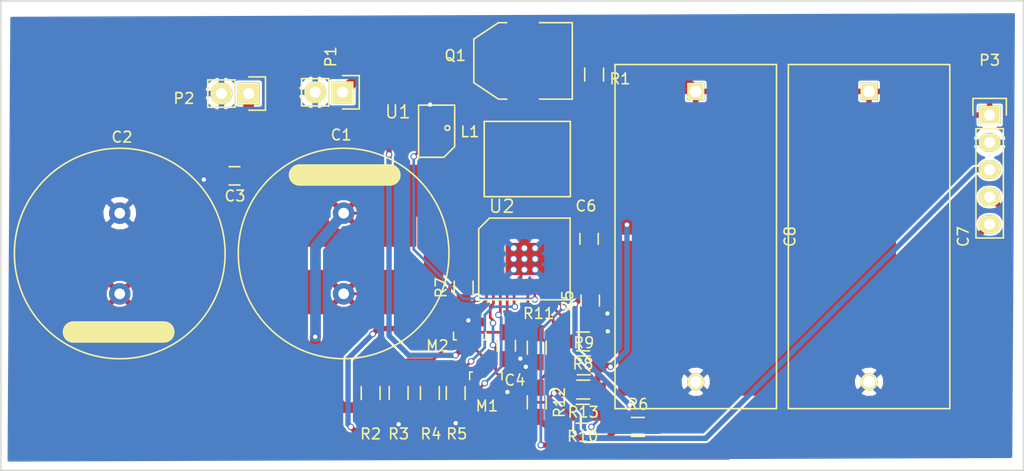
<source format=kicad_pcb>
(kicad_pcb (version 4) (host pcbnew 4.0.3+e1-6302~38~ubuntu16.04.1-stable)

  (general
    (links 83)
    (no_connects 5)
    (area 97.968999 103.048999 193.115001 146.887001)
    (thickness 1.6)
    (drawings 5)
    (tracks 287)
    (zones 0)
    (modules 30)
    (nets 23)
  )

  (page A4)
  (layers
    (0 F.Cu signal)
    (31 B.Cu signal hide)
    (32 B.Adhes user)
    (33 F.Adhes user)
    (34 B.Paste user)
    (35 F.Paste user)
    (36 B.SilkS user)
    (37 F.SilkS user)
    (38 B.Mask user)
    (39 F.Mask user)
    (40 Dwgs.User user)
    (41 Cmts.User user)
    (42 Eco1.User user)
    (43 Eco2.User user)
    (44 Edge.Cuts user)
    (45 Margin user)
    (46 B.CrtYd user)
    (47 F.CrtYd user)
    (48 B.Fab user)
    (49 F.Fab user)
  )

  (setup
    (last_trace_width 0.25)
    (user_trace_width 0.5)
    (user_trace_width 1)
    (trace_clearance 0.2)
    (zone_clearance 0.1)
    (zone_45_only no)
    (trace_min 0.2)
    (segment_width 0.2)
    (edge_width 0.15)
    (via_size 0.6)
    (via_drill 0.4)
    (via_min_size 0.4)
    (via_min_drill 0.3)
    (uvia_size 0.3)
    (uvia_drill 0.1)
    (uvias_allowed no)
    (uvia_min_size 0.2)
    (uvia_min_drill 0.1)
    (pcb_text_width 0.3)
    (pcb_text_size 1.5 1.5)
    (mod_edge_width 0.15)
    (mod_text_size 1 1)
    (mod_text_width 0.15)
    (pad_size 1.524 1.524)
    (pad_drill 0.762)
    (pad_to_mask_clearance 0.2)
    (aux_axis_origin 185.85 61.2)
    (visible_elements FFFFFF7F)
    (pcbplotparams
      (layerselection 0x00030_80000001)
      (usegerberextensions false)
      (excludeedgelayer true)
      (linewidth 0.100000)
      (plotframeref false)
      (viasonmask false)
      (mode 1)
      (useauxorigin false)
      (hpglpennumber 1)
      (hpglpenspeed 20)
      (hpglpendiameter 15)
      (hpglpenoverlay 2)
      (psnegative false)
      (psa4output false)
      (plotreference true)
      (plotvalue true)
      (plotinvisibletext false)
      (padsonsilk false)
      (subtractmaskfromsilk false)
      (outputformat 1)
      (mirror false)
      (drillshape 1)
      (scaleselection 1)
      (outputdirectory ""))
  )

  (net 0 "")
  (net 1 /VCAP)
  (net 2 /V_MID)
  (net 3 GND)
  (net 4 "Net-(C4-Pad1)")
  (net 5 "Net-(C5-Pad2)")
  (net 6 V_SYS)
  (net 7 "Net-(L1-Pad1)")
  (net 8 "Net-(L1-Pad2)")
  (net 9 /MODE)
  (net 10 "Net-(M1-Pad3)")
  (net 11 CAP_OK)
  (net 12 V_SOLAR)
  (net 13 CAP_LOW)
  (net 14 /FBVCAP)
  (net 15 /RUN)
  (net 16 "Net-(R8-Pad2)")
  (net 17 /FB)
  (net 18 /DIR)
  (net 19 "Net-(U2-Pad14)")
  (net 20 "Net-(U1-Pad7)")
  (net 21 "Net-(U1-Pad6)")
  (net 22 ~CHRG)

  (net_class Default "This is the default net class."
    (clearance 0.2)
    (trace_width 0.25)
    (via_dia 0.6)
    (via_drill 0.4)
    (uvia_dia 0.3)
    (uvia_drill 0.1)
    (add_net /DIR)
    (add_net /FB)
    (add_net /FBVCAP)
    (add_net /MODE)
    (add_net /RUN)
    (add_net /VCAP)
    (add_net /V_MID)
    (add_net CAP_LOW)
    (add_net CAP_OK)
    (add_net GND)
    (add_net "Net-(C4-Pad1)")
    (add_net "Net-(C5-Pad2)")
    (add_net "Net-(L1-Pad1)")
    (add_net "Net-(L1-Pad2)")
    (add_net "Net-(M1-Pad3)")
    (add_net "Net-(R8-Pad2)")
    (add_net "Net-(U1-Pad6)")
    (add_net "Net-(U1-Pad7)")
    (add_net "Net-(U2-Pad14)")
    (add_net V_SOLAR)
    (add_net V_SYS)
    (add_net ~CHRG)
  )

  (module MRV_TH_Passives:Cap_HB1860 (layer F.Cu) (tedit 57CC8DCB) (tstamp 57CC640C)
    (at 109.092 126.622)
    (path /57C7DF58)
    (fp_text reference C2 (at 0.208 -10.822) (layer F.SilkS)
      (effects (font (size 1 1) (thickness 0.15)))
    )
    (fp_text value 110F (at 0 -0.5) (layer F.Fab)
      (effects (font (size 1 1) (thickness 0.15)))
    )
    (fp_line (start -4.3 7.3) (end 4.1 7.3) (layer F.SilkS) (width 2))
    (fp_circle (center 0 0) (end 9.25 3.2) (layer F.SilkS) (width 0.15))
    (pad 1 thru_hole circle (at 0 3.75) (size 2 2) (drill 1) (layers *.Cu *.Mask)
      (net 2 /V_MID))
    (pad 2 thru_hole circle (at 0 -3.75) (size 2 2) (drill 1) (layers *.Cu *.Mask)
      (net 3 GND))
  )

  (module MRV_TH_Passives:Cap_HB1860 (layer F.Cu) (tedit 57CC8DC7) (tstamp 57CC6406)
    (at 129.89 126.62 180)
    (path /57C7DE9F)
    (fp_text reference C1 (at 0.228 11.022 180) (layer F.SilkS)
      (effects (font (size 1 1) (thickness 0.15)))
    )
    (fp_text value 110F (at 0 -0.5 180) (layer F.Fab)
      (effects (font (size 1 1) (thickness 0.15)))
    )
    (fp_line (start -4.3 7.3) (end 4.1 7.3) (layer F.SilkS) (width 2))
    (fp_circle (center 0 0) (end 9.25 3.2) (layer F.SilkS) (width 0.15))
    (pad 1 thru_hole circle (at 0 3.75 180) (size 2 2) (drill 1) (layers *.Cu *.Mask)
      (net 1 /VCAP))
    (pad 2 thru_hole circle (at 0 -3.75 180) (size 2 2) (drill 1) (layers *.Cu *.Mask)
      (net 2 /V_MID))
  )

  (module Capacitors_SMD:C_0805_HandSoldering (layer F.Cu) (tedit 57CC9366) (tstamp 57CC6412)
    (at 119.75 119.4 180)
    (descr "Capacitor SMD 0805, hand soldering")
    (tags "capacitor 0805")
    (path /57C7F46D)
    (attr smd)
    (fp_text reference C3 (at -0.05 -1.875 180) (layer F.SilkS)
      (effects (font (size 1 1) (thickness 0.15)))
    )
    (fp_text value 47uF (at 0 2.1 180) (layer F.Fab) hide
      (effects (font (size 1 1) (thickness 0.15)))
    )
    (fp_line (start -2.3 -1) (end 2.3 -1) (layer F.CrtYd) (width 0.05))
    (fp_line (start -2.3 1) (end 2.3 1) (layer F.CrtYd) (width 0.05))
    (fp_line (start -2.3 -1) (end -2.3 1) (layer F.CrtYd) (width 0.05))
    (fp_line (start 2.3 -1) (end 2.3 1) (layer F.CrtYd) (width 0.05))
    (fp_line (start 0.5 -0.85) (end -0.5 -0.85) (layer F.SilkS) (width 0.15))
    (fp_line (start -0.5 0.85) (end 0.5 0.85) (layer F.SilkS) (width 0.15))
    (pad 1 smd rect (at -1.25 0 180) (size 1.5 1.25) (layers F.Cu F.Paste F.Mask)
      (net 1 /VCAP))
    (pad 2 smd rect (at 1.25 0 180) (size 1.5 1.25) (layers F.Cu F.Paste F.Mask)
      (net 3 GND))
    (model Capacitors_SMD.3dshapes/C_0805_HandSoldering.wrl
      (at (xyz 0 0 0))
      (scale (xyz 1 1 1))
      (rotate (xyz 0 0 0))
    )
  )

  (module Capacitors_SMD:C_0805_HandSoldering (layer F.Cu) (tedit 57CD9580) (tstamp 57CC6418)
    (at 145 135.2 270)
    (descr "Capacitor SMD 0805, hand soldering")
    (tags "capacitor 0805")
    (path /57C7E218)
    (attr smd)
    (fp_text reference C4 (at 3.2 -0.8 360) (layer F.SilkS)
      (effects (font (size 1 1) (thickness 0.15)))
    )
    (fp_text value 0.1uF (at 0 2.1 270) (layer F.Fab) hide
      (effects (font (size 1 1) (thickness 0.15)))
    )
    (fp_line (start -2.3 -1) (end 2.3 -1) (layer F.CrtYd) (width 0.05))
    (fp_line (start -2.3 1) (end 2.3 1) (layer F.CrtYd) (width 0.05))
    (fp_line (start -2.3 -1) (end -2.3 1) (layer F.CrtYd) (width 0.05))
    (fp_line (start 2.3 -1) (end 2.3 1) (layer F.CrtYd) (width 0.05))
    (fp_line (start 0.5 -0.85) (end -0.5 -0.85) (layer F.SilkS) (width 0.15))
    (fp_line (start -0.5 0.85) (end 0.5 0.85) (layer F.SilkS) (width 0.15))
    (pad 1 smd rect (at -1.25 0 270) (size 1.5 1.25) (layers F.Cu F.Paste F.Mask)
      (net 4 "Net-(C4-Pad1)"))
    (pad 2 smd rect (at 1.25 0 270) (size 1.5 1.25) (layers F.Cu F.Paste F.Mask)
      (net 3 GND))
    (model Capacitors_SMD.3dshapes/C_0805_HandSoldering.wrl
      (at (xyz 0 0 0))
      (scale (xyz 1 1 1))
      (rotate (xyz 0 0 0))
    )
  )

  (module Capacitors_SMD:C_0805_HandSoldering (layer F.Cu) (tedit 57CD9586) (tstamp 57CC641E)
    (at 152.8 131 90)
    (descr "Capacitor SMD 0805, hand soldering")
    (tags "capacitor 0805")
    (path /57C7FC26)
    (attr smd)
    (fp_text reference C5 (at 0 -2.1 90) (layer F.SilkS)
      (effects (font (size 1 1) (thickness 0.15)))
    )
    (fp_text value 220nF (at 0 2.1 90) (layer F.Fab) hide
      (effects (font (size 1 1) (thickness 0.15)))
    )
    (fp_line (start -2.3 -1) (end 2.3 -1) (layer F.CrtYd) (width 0.05))
    (fp_line (start -2.3 1) (end 2.3 1) (layer F.CrtYd) (width 0.05))
    (fp_line (start -2.3 -1) (end -2.3 1) (layer F.CrtYd) (width 0.05))
    (fp_line (start 2.3 -1) (end 2.3 1) (layer F.CrtYd) (width 0.05))
    (fp_line (start 0.5 -0.85) (end -0.5 -0.85) (layer F.SilkS) (width 0.15))
    (fp_line (start -0.5 0.85) (end 0.5 0.85) (layer F.SilkS) (width 0.15))
    (pad 1 smd rect (at -1.25 0 90) (size 1.5 1.25) (layers F.Cu F.Paste F.Mask)
      (net 3 GND))
    (pad 2 smd rect (at 1.25 0 90) (size 1.5 1.25) (layers F.Cu F.Paste F.Mask)
      (net 5 "Net-(C5-Pad2)"))
    (model Capacitors_SMD.3dshapes/C_0805_HandSoldering.wrl
      (at (xyz 0 0 0))
      (scale (xyz 1 1 1))
      (rotate (xyz 0 0 0))
    )
  )

  (module Capacitors_SMD:C_0805_HandSoldering (layer F.Cu) (tedit 57CCF9A4) (tstamp 57CC6424)
    (at 152.69 125.26 270)
    (descr "Capacitor SMD 0805, hand soldering")
    (tags "capacitor 0805")
    (path /57C803CA)
    (attr smd)
    (fp_text reference C6 (at -3.06 0.29 360) (layer F.SilkS)
      (effects (font (size 1 1) (thickness 0.15)))
    )
    (fp_text value 47uF (at 0 2.1 270) (layer F.Fab) hide
      (effects (font (size 1 1) (thickness 0.15)))
    )
    (fp_line (start -2.3 -1) (end 2.3 -1) (layer F.CrtYd) (width 0.05))
    (fp_line (start -2.3 1) (end 2.3 1) (layer F.CrtYd) (width 0.05))
    (fp_line (start -2.3 -1) (end -2.3 1) (layer F.CrtYd) (width 0.05))
    (fp_line (start 2.3 -1) (end 2.3 1) (layer F.CrtYd) (width 0.05))
    (fp_line (start 0.5 -0.85) (end -0.5 -0.85) (layer F.SilkS) (width 0.15))
    (fp_line (start -0.5 0.85) (end 0.5 0.85) (layer F.SilkS) (width 0.15))
    (pad 1 smd rect (at -1.25 0 270) (size 1.5 1.25) (layers F.Cu F.Paste F.Mask)
      (net 6 V_SYS))
    (pad 2 smd rect (at 1.25 0 270) (size 1.5 1.25) (layers F.Cu F.Paste F.Mask)
      (net 3 GND))
    (model Capacitors_SMD.3dshapes/C_0805_HandSoldering.wrl
      (at (xyz 0 0 0))
      (scale (xyz 1 1 1))
      (rotate (xyz 0 0 0))
    )
  )

  (module Capacitors_ThroughHole:C_Rect_L32_W15_P27 (layer F.Cu) (tedit 57CCF7C0) (tstamp 57CC642A)
    (at 178.7 111.55 270)
    (descr "Film Capacitor Length 32mm x Width 15mm, Pitch 27mm")
    (tags Capacitor)
    (path /57C805AC)
    (fp_text reference C7 (at 13.5 -8.75 270) (layer F.SilkS)
      (effects (font (size 1 1) (thickness 0.15)))
    )
    (fp_text value 4700uF (at 18.35 16.5 360) (layer F.Fab) hide
      (effects (font (size 1 1) (thickness 0.15)))
    )
    (fp_line (start -2.75 -7.75) (end 29.75 -7.75) (layer F.CrtYd) (width 0.05))
    (fp_line (start 29.75 -7.75) (end 29.75 7.75) (layer F.CrtYd) (width 0.05))
    (fp_line (start 29.75 7.75) (end -2.75 7.75) (layer F.CrtYd) (width 0.05))
    (fp_line (start -2.75 7.75) (end -2.75 -7.75) (layer F.CrtYd) (width 0.05))
    (fp_line (start -2.5 -7.5) (end 29.5 -7.5) (layer F.SilkS) (width 0.15))
    (fp_line (start 29.5 -7.5) (end 29.5 7.5) (layer F.SilkS) (width 0.15))
    (fp_line (start 29.5 7.5) (end -2.5 7.5) (layer F.SilkS) (width 0.15))
    (fp_line (start -2.5 7.5) (end -2.5 -7.5) (layer F.SilkS) (width 0.15))
    (pad 1 thru_hole rect (at 0 0 270) (size 1.6 1.6) (drill 1.1) (layers *.Cu *.Mask F.SilkS)
      (net 6 V_SYS))
    (pad 2 thru_hole circle (at 27 0 270) (size 1.6 1.6) (drill 1.1) (layers *.Cu *.Mask F.SilkS)
      (net 3 GND))
  )

  (module Capacitors_ThroughHole:C_Rect_L32_W15_P27 (layer F.Cu) (tedit 57CCF7B2) (tstamp 57CC6430)
    (at 162.6 111.55 270)
    (descr "Film Capacitor Length 32mm x Width 15mm, Pitch 27mm")
    (tags Capacitor)
    (path /57C80696)
    (fp_text reference C8 (at 13.5 -8.75 270) (layer F.SilkS)
      (effects (font (size 1 1) (thickness 0.15)))
    )
    (fp_text value 4700uF (at 13.5 8.75 270) (layer F.Fab) hide
      (effects (font (size 1 1) (thickness 0.15)))
    )
    (fp_line (start -2.75 -7.75) (end 29.75 -7.75) (layer F.CrtYd) (width 0.05))
    (fp_line (start 29.75 -7.75) (end 29.75 7.75) (layer F.CrtYd) (width 0.05))
    (fp_line (start 29.75 7.75) (end -2.75 7.75) (layer F.CrtYd) (width 0.05))
    (fp_line (start -2.75 7.75) (end -2.75 -7.75) (layer F.CrtYd) (width 0.05))
    (fp_line (start -2.5 -7.5) (end 29.5 -7.5) (layer F.SilkS) (width 0.15))
    (fp_line (start 29.5 -7.5) (end 29.5 7.5) (layer F.SilkS) (width 0.15))
    (fp_line (start 29.5 7.5) (end -2.5 7.5) (layer F.SilkS) (width 0.15))
    (fp_line (start -2.5 7.5) (end -2.5 -7.5) (layer F.SilkS) (width 0.15))
    (pad 1 thru_hole rect (at 0 0 270) (size 1.6 1.6) (drill 1.1) (layers *.Cu *.Mask F.SilkS)
      (net 6 V_SYS))
    (pad 2 thru_hole circle (at 27 0 270) (size 1.6 1.6) (drill 1.1) (layers *.Cu *.Mask F.SilkS)
      (net 3 GND))
  )

  (module MRV_SMD_Passives:SMD_IND_CLF7045 (layer F.Cu) (tedit 57CC83DD) (tstamp 57CC6436)
    (at 146.948 117.84 180)
    (tags "inductor, smd, shielded")
    (path /57C7F59A)
    (fp_text reference L1 (at 5.334 2.54 180) (layer F.SilkS)
      (effects (font (size 1 1) (thickness 0.15)))
    )
    (fp_text value 2.2uH (at 0.6 5.1 180) (layer F.Fab) hide
      (effects (font (size 1 1) (thickness 0.15)))
    )
    (fp_line (start 4 -3.5) (end -4 -3.5) (layer F.SilkS) (width 0.15))
    (fp_line (start -4 3.5) (end 4 3.5) (layer F.SilkS) (width 0.15))
    (fp_line (start 4 -3.5) (end 4 3.5) (layer F.SilkS) (width 0.15))
    (fp_line (start -4 -3.5) (end -4 3.5) (layer F.SilkS) (width 0.15))
    (pad 1 smd rect (at -2.2 0 180) (size 1.7 2.2) (layers F.Cu F.Paste F.Mask)
      (net 7 "Net-(L1-Pad1)"))
    (pad 2 smd rect (at 2.2 0 180) (size 1.7 2.2) (layers F.Cu F.Paste F.Mask)
      (net 8 "Net-(L1-Pad2)"))
  )

  (module TO_SOT_Packages_SMD:SOT-23 (layer F.Cu) (tedit 57CD954C) (tstamp 57CC643D)
    (at 143.1 138.3)
    (descr "SOT-23, Standard")
    (tags SOT-23)
    (path /57C7B269)
    (attr smd)
    (fp_text reference M1 (at 0.1 2.5) (layer F.SilkS)
      (effects (font (size 1 1) (thickness 0.15)))
    )
    (fp_text value 2N7002 (at 0 2.3) (layer F.Fab) hide
      (effects (font (size 1 1) (thickness 0.15)))
    )
    (fp_line (start -1.65 -1.6) (end 1.65 -1.6) (layer F.CrtYd) (width 0.05))
    (fp_line (start 1.65 -1.6) (end 1.65 1.6) (layer F.CrtYd) (width 0.05))
    (fp_line (start 1.65 1.6) (end -1.65 1.6) (layer F.CrtYd) (width 0.05))
    (fp_line (start -1.65 1.6) (end -1.65 -1.6) (layer F.CrtYd) (width 0.05))
    (fp_line (start 1.29916 -0.65024) (end 1.2509 -0.65024) (layer F.SilkS) (width 0.15))
    (fp_line (start -1.49982 0.0508) (end -1.49982 -0.65024) (layer F.SilkS) (width 0.15))
    (fp_line (start -1.49982 -0.65024) (end -1.2509 -0.65024) (layer F.SilkS) (width 0.15))
    (fp_line (start 1.29916 -0.65024) (end 1.49982 -0.65024) (layer F.SilkS) (width 0.15))
    (fp_line (start 1.49982 -0.65024) (end 1.49982 0.0508) (layer F.SilkS) (width 0.15))
    (pad 1 smd rect (at -0.95 1.00076) (size 0.8001 0.8001) (layers F.Cu F.Paste F.Mask)
      (net 9 /MODE))
    (pad 2 smd rect (at 0.95 1.00076) (size 0.8001 0.8001) (layers F.Cu F.Paste F.Mask)
      (net 3 GND))
    (pad 3 smd rect (at 0 -0.99822) (size 0.8001 0.8001) (layers F.Cu F.Paste F.Mask)
      (net 10 "Net-(M1-Pad3)"))
    (model TO_SOT_Packages_SMD.3dshapes/SOT-23.wrl
      (at (xyz 0 0 0))
      (scale (xyz 1 1 1))
      (rotate (xyz 0 0 0))
    )
  )

  (module TO_SOT_Packages_SMD:SOT-23 (layer F.Cu) (tedit 57CD9576) (tstamp 57CC6444)
    (at 141.6 134 180)
    (descr "SOT-23, Standard")
    (tags SOT-23)
    (path /57C7B3E3)
    (attr smd)
    (fp_text reference M2 (at 3 -1.2 180) (layer F.SilkS)
      (effects (font (size 1 1) (thickness 0.15)))
    )
    (fp_text value 2N7002 (at 0 2.3 180) (layer F.Fab) hide
      (effects (font (size 1 1) (thickness 0.15)))
    )
    (fp_line (start -1.65 -1.6) (end 1.65 -1.6) (layer F.CrtYd) (width 0.05))
    (fp_line (start 1.65 -1.6) (end 1.65 1.6) (layer F.CrtYd) (width 0.05))
    (fp_line (start 1.65 1.6) (end -1.65 1.6) (layer F.CrtYd) (width 0.05))
    (fp_line (start -1.65 1.6) (end -1.65 -1.6) (layer F.CrtYd) (width 0.05))
    (fp_line (start 1.29916 -0.65024) (end 1.2509 -0.65024) (layer F.SilkS) (width 0.15))
    (fp_line (start -1.49982 0.0508) (end -1.49982 -0.65024) (layer F.SilkS) (width 0.15))
    (fp_line (start -1.49982 -0.65024) (end -1.2509 -0.65024) (layer F.SilkS) (width 0.15))
    (fp_line (start 1.29916 -0.65024) (end 1.49982 -0.65024) (layer F.SilkS) (width 0.15))
    (fp_line (start 1.49982 -0.65024) (end 1.49982 0.0508) (layer F.SilkS) (width 0.15))
    (pad 1 smd rect (at -0.95 1.00076 180) (size 0.8001 0.8001) (layers F.Cu F.Paste F.Mask)
      (net 11 CAP_OK))
    (pad 2 smd rect (at 0.95 1.00076 180) (size 0.8001 0.8001) (layers F.Cu F.Paste F.Mask)
      (net 3 GND))
    (pad 3 smd rect (at 0 -0.99822 180) (size 0.8001 0.8001) (layers F.Cu F.Paste F.Mask)
      (net 10 "Net-(M1-Pad3)"))
    (model TO_SOT_Packages_SMD.3dshapes/SOT-23.wrl
      (at (xyz 0 0 0))
      (scale (xyz 1 1 1))
      (rotate (xyz 0 0 0))
    )
  )

  (module Pin_Headers:Pin_Header_Straight_1x02 (layer F.Cu) (tedit 57CCF65B) (tstamp 57CC644A)
    (at 129.79 111.63 270)
    (descr "Through hole pin header")
    (tags "pin header")
    (path /57C924FF)
    (fp_text reference P1 (at -3.3 1.1 270) (layer F.SilkS)
      (effects (font (size 1 1) (thickness 0.15)))
    )
    (fp_text value "6v, 150mA solar, ~12 cells" (at 0 -3.1 270) (layer F.Fab) hide
      (effects (font (size 1 1) (thickness 0.15)))
    )
    (fp_line (start 1.27 1.27) (end 1.27 3.81) (layer F.SilkS) (width 0.15))
    (fp_line (start 1.55 -1.55) (end 1.55 0) (layer F.SilkS) (width 0.15))
    (fp_line (start -1.75 -1.75) (end -1.75 4.3) (layer F.CrtYd) (width 0.05))
    (fp_line (start 1.75 -1.75) (end 1.75 4.3) (layer F.CrtYd) (width 0.05))
    (fp_line (start -1.75 -1.75) (end 1.75 -1.75) (layer F.CrtYd) (width 0.05))
    (fp_line (start -1.75 4.3) (end 1.75 4.3) (layer F.CrtYd) (width 0.05))
    (fp_line (start 1.27 1.27) (end -1.27 1.27) (layer F.SilkS) (width 0.15))
    (fp_line (start -1.55 0) (end -1.55 -1.55) (layer F.SilkS) (width 0.15))
    (fp_line (start -1.55 -1.55) (end 1.55 -1.55) (layer F.SilkS) (width 0.15))
    (fp_line (start -1.27 1.27) (end -1.27 3.81) (layer F.SilkS) (width 0.15))
    (fp_line (start -1.27 3.81) (end 1.27 3.81) (layer F.SilkS) (width 0.15))
    (pad 1 thru_hole rect (at 0 0 270) (size 2.032 2.032) (drill 1.016) (layers *.Cu *.Mask F.SilkS)
      (net 12 V_SOLAR))
    (pad 2 thru_hole oval (at 0 2.54 270) (size 2.032 2.032) (drill 1.016) (layers *.Cu *.Mask F.SilkS)
      (net 3 GND))
    (model Pin_Headers.3dshapes/Pin_Header_Straight_1x02.wrl
      (at (xyz 0 -0.05 0))
      (scale (xyz 1 1 1))
      (rotate (xyz 0 0 90))
    )
  )

  (module Pin_Headers:Pin_Header_Straight_1x02 (layer F.Cu) (tedit 57CC9368) (tstamp 57CC6450)
    (at 121.08 111.75 270)
    (descr "Through hole pin header")
    (tags "pin header")
    (path /57C9525E)
    (fp_text reference P2 (at 0.45 6.025 360) (layer F.SilkS)
      (effects (font (size 1 1) (thickness 0.15)))
    )
    (fp_text value CONN_01X02 (at 0 -3.1 270) (layer F.Fab) hide
      (effects (font (size 1 1) (thickness 0.15)))
    )
    (fp_line (start 1.27 1.27) (end 1.27 3.81) (layer F.SilkS) (width 0.15))
    (fp_line (start 1.55 -1.55) (end 1.55 0) (layer F.SilkS) (width 0.15))
    (fp_line (start -1.75 -1.75) (end -1.75 4.3) (layer F.CrtYd) (width 0.05))
    (fp_line (start 1.75 -1.75) (end 1.75 4.3) (layer F.CrtYd) (width 0.05))
    (fp_line (start -1.75 -1.75) (end 1.75 -1.75) (layer F.CrtYd) (width 0.05))
    (fp_line (start -1.75 4.3) (end 1.75 4.3) (layer F.CrtYd) (width 0.05))
    (fp_line (start 1.27 1.27) (end -1.27 1.27) (layer F.SilkS) (width 0.15))
    (fp_line (start -1.55 0) (end -1.55 -1.55) (layer F.SilkS) (width 0.15))
    (fp_line (start -1.55 -1.55) (end 1.55 -1.55) (layer F.SilkS) (width 0.15))
    (fp_line (start -1.27 1.27) (end -1.27 3.81) (layer F.SilkS) (width 0.15))
    (fp_line (start -1.27 3.81) (end 1.27 3.81) (layer F.SilkS) (width 0.15))
    (pad 1 thru_hole rect (at 0 0 270) (size 2.032 2.032) (drill 1.016) (layers *.Cu *.Mask F.SilkS)
      (net 1 /VCAP))
    (pad 2 thru_hole oval (at 0 2.54 270) (size 2.032 2.032) (drill 1.016) (layers *.Cu *.Mask F.SilkS)
      (net 3 GND))
    (model Pin_Headers.3dshapes/Pin_Header_Straight_1x02.wrl
      (at (xyz 0 -0.05 0))
      (scale (xyz 1 1 1))
      (rotate (xyz 0 0 90))
    )
  )

  (module Pin_Headers:Pin_Header_Straight_1x05 (layer F.Cu) (tedit 57CCF7C2) (tstamp 57CC6459)
    (at 189.9 113.75)
    (descr "Through hole pin header")
    (tags "pin header")
    (path /57C961F0)
    (fp_text reference P3 (at 0 -5.1) (layer F.SilkS)
      (effects (font (size 1 1) (thickness 0.15)))
    )
    (fp_text value CONN_01X05 (at 0 -3.1) (layer F.Fab) hide
      (effects (font (size 1 1) (thickness 0.15)))
    )
    (fp_line (start -1.55 0) (end -1.55 -1.55) (layer F.SilkS) (width 0.15))
    (fp_line (start -1.55 -1.55) (end 1.55 -1.55) (layer F.SilkS) (width 0.15))
    (fp_line (start 1.55 -1.55) (end 1.55 0) (layer F.SilkS) (width 0.15))
    (fp_line (start -1.75 -1.75) (end -1.75 11.95) (layer F.CrtYd) (width 0.05))
    (fp_line (start 1.75 -1.75) (end 1.75 11.95) (layer F.CrtYd) (width 0.05))
    (fp_line (start -1.75 -1.75) (end 1.75 -1.75) (layer F.CrtYd) (width 0.05))
    (fp_line (start -1.75 11.95) (end 1.75 11.95) (layer F.CrtYd) (width 0.05))
    (fp_line (start 1.27 1.27) (end 1.27 11.43) (layer F.SilkS) (width 0.15))
    (fp_line (start 1.27 11.43) (end -1.27 11.43) (layer F.SilkS) (width 0.15))
    (fp_line (start -1.27 11.43) (end -1.27 1.27) (layer F.SilkS) (width 0.15))
    (fp_line (start 1.27 1.27) (end -1.27 1.27) (layer F.SilkS) (width 0.15))
    (pad 1 thru_hole rect (at 0 0) (size 2.032 1.7272) (drill 1.016) (layers *.Cu *.Mask F.SilkS)
      (net 6 V_SYS))
    (pad 2 thru_hole oval (at 0 2.54) (size 2.032 1.7272) (drill 1.016) (layers *.Cu *.Mask F.SilkS)
      (net 3 GND))
    (pad 3 thru_hole oval (at 0 5.08) (size 2.032 1.7272) (drill 1.016) (layers *.Cu *.Mask F.SilkS)
      (net 13 CAP_LOW))
    (pad 4 thru_hole oval (at 0 7.62) (size 2.032 1.7272) (drill 1.016) (layers *.Cu *.Mask F.SilkS)
      (net 11 CAP_OK))
    (pad 5 thru_hole oval (at 0 10.16) (size 2.032 1.7272) (drill 1.016) (layers *.Cu *.Mask F.SilkS)
      (net 22 ~CHRG))
    (model Pin_Headers.3dshapes/Pin_Header_Straight_1x05.wrl
      (at (xyz 0 -0.2 0))
      (scale (xyz 1 1 1))
      (rotate (xyz 0 0 90))
    )
  )

  (module TO_SOT_Packages_SMD:SOT-223 (layer F.Cu) (tedit 57CCF659) (tstamp 57CC6461)
    (at 146.558 108.712 90)
    (descr "module CMS SOT223 4 pins")
    (tags "CMS SOT")
    (path /57C7BBF7)
    (attr smd)
    (fp_text reference Q1 (at 0.5 -6.3 180) (layer F.SilkS)
      (effects (font (size 1 1) (thickness 0.15)))
    )
    (fp_text value Q_PNP_BCEC (at 0 0.762 90) (layer F.Fab) hide
      (effects (font (size 1 1) (thickness 0.15)))
    )
    (fp_line (start -3.556 1.524) (end -3.556 4.572) (layer F.SilkS) (width 0.15))
    (fp_line (start -3.556 4.572) (end 3.556 4.572) (layer F.SilkS) (width 0.15))
    (fp_line (start 3.556 4.572) (end 3.556 1.524) (layer F.SilkS) (width 0.15))
    (fp_line (start -3.556 -1.524) (end -3.556 -2.286) (layer F.SilkS) (width 0.15))
    (fp_line (start -3.556 -2.286) (end -2.032 -4.572) (layer F.SilkS) (width 0.15))
    (fp_line (start -2.032 -4.572) (end 2.032 -4.572) (layer F.SilkS) (width 0.15))
    (fp_line (start 2.032 -4.572) (end 3.556 -2.286) (layer F.SilkS) (width 0.15))
    (fp_line (start 3.556 -2.286) (end 3.556 -1.524) (layer F.SilkS) (width 0.15))
    (pad 4 smd rect (at 0 -3.302 90) (size 3.6576 2.032) (layers F.Cu F.Paste F.Mask)
      (net 12 V_SOLAR))
    (pad 2 smd rect (at 0 3.302 90) (size 1.016 2.032) (layers F.Cu F.Paste F.Mask)
      (net 12 V_SOLAR))
    (pad 3 smd rect (at 2.286 3.302 90) (size 1.016 2.032) (layers F.Cu F.Paste F.Mask)
      (net 6 V_SYS))
    (pad 1 smd rect (at -2.286 3.302 90) (size 1.016 2.032) (layers F.Cu F.Paste F.Mask)
      (net 10 "Net-(M1-Pad3)"))
    (model TO_SOT_Packages_SMD.3dshapes/SOT-223.wrl
      (at (xyz 0 0 0))
      (scale (xyz 0.4 0.4 0.4))
      (rotate (xyz 0 0 0))
    )
  )

  (module Resistors_SMD:R_0805_HandSoldering (layer F.Cu) (tedit 57CCF657) (tstamp 57CC6467)
    (at 153.162 109.982 90)
    (descr "Resistor SMD 0805, hand soldering")
    (tags "resistor 0805")
    (path /57C7BE7F)
    (attr smd)
    (fp_text reference R1 (at -0.4 2.4 360) (layer F.SilkS)
      (effects (font (size 1 1) (thickness 0.15)))
    )
    (fp_text value 348R (at 0 2.1 90) (layer F.Fab) hide
      (effects (font (size 1 1) (thickness 0.15)))
    )
    (fp_line (start -2.4 -1) (end 2.4 -1) (layer F.CrtYd) (width 0.05))
    (fp_line (start -2.4 1) (end 2.4 1) (layer F.CrtYd) (width 0.05))
    (fp_line (start -2.4 -1) (end -2.4 1) (layer F.CrtYd) (width 0.05))
    (fp_line (start 2.4 -1) (end 2.4 1) (layer F.CrtYd) (width 0.05))
    (fp_line (start 0.6 0.875) (end -0.6 0.875) (layer F.SilkS) (width 0.15))
    (fp_line (start -0.6 -0.875) (end 0.6 -0.875) (layer F.SilkS) (width 0.15))
    (pad 1 smd rect (at -1.35 0 90) (size 1.5 1.3) (layers F.Cu F.Paste F.Mask)
      (net 10 "Net-(M1-Pad3)"))
    (pad 2 smd rect (at 1.35 0 90) (size 1.5 1.3) (layers F.Cu F.Paste F.Mask)
      (net 12 V_SOLAR))
    (model Resistors_SMD.3dshapes/R_0805_HandSoldering.wrl
      (at (xyz 0 0 0))
      (scale (xyz 1 1 1))
      (rotate (xyz 0 0 0))
    )
  )

  (module Resistors_SMD:R_0805_HandSoldering (layer F.Cu) (tedit 57CD956D) (tstamp 57CC646D)
    (at 132.4 139.6 90)
    (descr "Resistor SMD 0805, hand soldering")
    (tags "resistor 0805")
    (path /57C7E5A3)
    (attr smd)
    (fp_text reference R2 (at -3.8 0 180) (layer F.SilkS)
      (effects (font (size 1 1) (thickness 0.15)))
    )
    (fp_text value 1910K (at 0 2.1 90) (layer F.Fab) hide
      (effects (font (size 1 1) (thickness 0.15)))
    )
    (fp_line (start -2.4 -1) (end 2.4 -1) (layer F.CrtYd) (width 0.05))
    (fp_line (start -2.4 1) (end 2.4 1) (layer F.CrtYd) (width 0.05))
    (fp_line (start -2.4 -1) (end -2.4 1) (layer F.CrtYd) (width 0.05))
    (fp_line (start 2.4 -1) (end 2.4 1) (layer F.CrtYd) (width 0.05))
    (fp_line (start 0.6 0.875) (end -0.6 0.875) (layer F.SilkS) (width 0.15))
    (fp_line (start -0.6 -0.875) (end 0.6 -0.875) (layer F.SilkS) (width 0.15))
    (pad 1 smd rect (at -1.35 0 90) (size 1.5 1.3) (layers F.Cu F.Paste F.Mask)
      (net 1 /VCAP))
    (pad 2 smd rect (at 1.35 0 90) (size 1.5 1.3) (layers F.Cu F.Paste F.Mask)
      (net 4 "Net-(C4-Pad1)"))
    (model Resistors_SMD.3dshapes/R_0805_HandSoldering.wrl
      (at (xyz 0 0 0))
      (scale (xyz 1 1 1))
      (rotate (xyz 0 0 0))
    )
  )

  (module Resistors_SMD:R_0805_HandSoldering (layer F.Cu) (tedit 57CD956A) (tstamp 57CC6473)
    (at 135 139.6 90)
    (descr "Resistor SMD 0805, hand soldering")
    (tags "resistor 0805")
    (path /57C7E4BF)
    (attr smd)
    (fp_text reference R3 (at -3.8 0 180) (layer F.SilkS)
      (effects (font (size 1 1) (thickness 0.15)))
    )
    (fp_text value 523K (at 0 2.1 90) (layer F.Fab) hide
      (effects (font (size 1 1) (thickness 0.15)))
    )
    (fp_line (start -2.4 -1) (end 2.4 -1) (layer F.CrtYd) (width 0.05))
    (fp_line (start -2.4 1) (end 2.4 1) (layer F.CrtYd) (width 0.05))
    (fp_line (start -2.4 -1) (end -2.4 1) (layer F.CrtYd) (width 0.05))
    (fp_line (start 2.4 -1) (end 2.4 1) (layer F.CrtYd) (width 0.05))
    (fp_line (start 0.6 0.875) (end -0.6 0.875) (layer F.SilkS) (width 0.15))
    (fp_line (start -0.6 -0.875) (end 0.6 -0.875) (layer F.SilkS) (width 0.15))
    (pad 1 smd rect (at -1.35 0 90) (size 1.5 1.3) (layers F.Cu F.Paste F.Mask)
      (net 3 GND))
    (pad 2 smd rect (at 1.35 0 90) (size 1.5 1.3) (layers F.Cu F.Paste F.Mask)
      (net 4 "Net-(C4-Pad1)"))
    (model Resistors_SMD.3dshapes/R_0805_HandSoldering.wrl
      (at (xyz 0 0 0))
      (scale (xyz 1 1 1))
      (rotate (xyz 0 0 0))
    )
  )

  (module Resistors_SMD:R_0805_HandSoldering (layer F.Cu) (tedit 57CD9568) (tstamp 57CC6479)
    (at 137.9 139.6 90)
    (descr "Resistor SMD 0805, hand soldering")
    (tags "resistor 0805")
    (path /57C7E64A)
    (attr smd)
    (fp_text reference R4 (at -3.8 0.1 180) (layer F.SilkS)
      (effects (font (size 1 1) (thickness 0.15)))
    )
    (fp_text value 100K (at 0 2.1 90) (layer F.Fab) hide
      (effects (font (size 1 1) (thickness 0.15)))
    )
    (fp_line (start -2.4 -1) (end 2.4 -1) (layer F.CrtYd) (width 0.05))
    (fp_line (start -2.4 1) (end 2.4 1) (layer F.CrtYd) (width 0.05))
    (fp_line (start -2.4 -1) (end -2.4 1) (layer F.CrtYd) (width 0.05))
    (fp_line (start 2.4 -1) (end 2.4 1) (layer F.CrtYd) (width 0.05))
    (fp_line (start 0.6 0.875) (end -0.6 0.875) (layer F.SilkS) (width 0.15))
    (fp_line (start -0.6 -0.875) (end 0.6 -0.875) (layer F.SilkS) (width 0.15))
    (pad 1 smd rect (at -1.35 0 90) (size 1.5 1.3) (layers F.Cu F.Paste F.Mask)
      (net 14 /FBVCAP))
    (pad 2 smd rect (at 1.35 0 90) (size 1.5 1.3) (layers F.Cu F.Paste F.Mask)
      (net 1 /VCAP))
    (model Resistors_SMD.3dshapes/R_0805_HandSoldering.wrl
      (at (xyz 0 0 0))
      (scale (xyz 1 1 1))
      (rotate (xyz 0 0 0))
    )
  )

  (module Resistors_SMD:R_0805_HandSoldering (layer F.Cu) (tedit 57CD9566) (tstamp 57CC647F)
    (at 140.3 139.6 90)
    (descr "Resistor SMD 0805, hand soldering")
    (tags "resistor 0805")
    (path /57C7E5E2)
    (attr smd)
    (fp_text reference R5 (at -3.8 0.1 180) (layer F.SilkS)
      (effects (font (size 1 1) (thickness 0.15)))
    )
    (fp_text value 100K (at 0 2.1 90) (layer F.Fab) hide
      (effects (font (size 1 1) (thickness 0.15)))
    )
    (fp_line (start -2.4 -1) (end 2.4 -1) (layer F.CrtYd) (width 0.05))
    (fp_line (start -2.4 1) (end 2.4 1) (layer F.CrtYd) (width 0.05))
    (fp_line (start -2.4 -1) (end -2.4 1) (layer F.CrtYd) (width 0.05))
    (fp_line (start 2.4 -1) (end 2.4 1) (layer F.CrtYd) (width 0.05))
    (fp_line (start 0.6 0.875) (end -0.6 0.875) (layer F.SilkS) (width 0.15))
    (fp_line (start -0.6 -0.875) (end 0.6 -0.875) (layer F.SilkS) (width 0.15))
    (pad 1 smd rect (at -1.35 0 90) (size 1.5 1.3) (layers F.Cu F.Paste F.Mask)
      (net 3 GND))
    (pad 2 smd rect (at 1.35 0 90) (size 1.5 1.3) (layers F.Cu F.Paste F.Mask)
      (net 14 /FBVCAP))
    (model Resistors_SMD.3dshapes/R_0805_HandSoldering.wrl
      (at (xyz 0 0 0))
      (scale (xyz 1 1 1))
      (rotate (xyz 0 0 0))
    )
  )

  (module Resistors_SMD:R_0805_HandSoldering (layer F.Cu) (tedit 57CD9544) (tstamp 57CC6485)
    (at 157.226 142.748)
    (descr "Resistor SMD 0805, hand soldering")
    (tags "resistor 0805")
    (path /57C7F888)
    (attr smd)
    (fp_text reference R6 (at 0 -2.1) (layer F.SilkS)
      (effects (font (size 1 1) (thickness 0.15)))
    )
    (fp_text value 51.1R (at 0 2.1) (layer F.Fab) hide
      (effects (font (size 1 1) (thickness 0.15)))
    )
    (fp_line (start -2.4 -1) (end 2.4 -1) (layer F.CrtYd) (width 0.05))
    (fp_line (start -2.4 1) (end 2.4 1) (layer F.CrtYd) (width 0.05))
    (fp_line (start -2.4 -1) (end -2.4 1) (layer F.CrtYd) (width 0.05))
    (fp_line (start 2.4 -1) (end 2.4 1) (layer F.CrtYd) (width 0.05))
    (fp_line (start 0.6 0.875) (end -0.6 0.875) (layer F.SilkS) (width 0.15))
    (fp_line (start -0.6 -0.875) (end 0.6 -0.875) (layer F.SilkS) (width 0.15))
    (pad 1 smd rect (at -1.35 0) (size 1.5 1.3) (layers F.Cu F.Paste F.Mask)
      (net 6 V_SYS))
    (pad 2 smd rect (at 1.35 0) (size 1.5 1.3) (layers F.Cu F.Paste F.Mask)
      (net 5 "Net-(C5-Pad2)"))
    (model Resistors_SMD.3dshapes/R_0805_HandSoldering.wrl
      (at (xyz 0 0 0))
      (scale (xyz 1 1 1))
      (rotate (xyz 0 0 0))
    )
  )

  (module Resistors_SMD:R_0805_HandSoldering (layer F.Cu) (tedit 57CCF79E) (tstamp 57CC648B)
    (at 141.04 129.8 90)
    (descr "Resistor SMD 0805, hand soldering")
    (tags "resistor 0805")
    (path /57C7D4D5)
    (attr smd)
    (fp_text reference R7 (at 0 -2.1 90) (layer F.SilkS)
      (effects (font (size 1 1) (thickness 0.15)))
    )
    (fp_text value 1000K (at 0 2.1 90) (layer F.Fab) hide
      (effects (font (size 1 1) (thickness 0.15)))
    )
    (fp_line (start -2.4 -1) (end 2.4 -1) (layer F.CrtYd) (width 0.05))
    (fp_line (start -2.4 1) (end 2.4 1) (layer F.CrtYd) (width 0.05))
    (fp_line (start -2.4 -1) (end -2.4 1) (layer F.CrtYd) (width 0.05))
    (fp_line (start 2.4 -1) (end 2.4 1) (layer F.CrtYd) (width 0.05))
    (fp_line (start 0.6 0.875) (end -0.6 0.875) (layer F.SilkS) (width 0.15))
    (fp_line (start -0.6 -0.875) (end 0.6 -0.875) (layer F.SilkS) (width 0.15))
    (pad 1 smd rect (at -1.35 0 90) (size 1.5 1.3) (layers F.Cu F.Paste F.Mask)
      (net 15 /RUN))
    (pad 2 smd rect (at 1.35 0 90) (size 1.5 1.3) (layers F.Cu F.Paste F.Mask)
      (net 11 CAP_OK))
    (model Resistors_SMD.3dshapes/R_0805_HandSoldering.wrl
      (at (xyz 0 0 0))
      (scale (xyz 1 1 1))
      (rotate (xyz 0 0 0))
    )
  )

  (module Resistors_SMD:R_0805_HandSoldering (layer F.Cu) (tedit 57CD9541) (tstamp 57CC6491)
    (at 152.125 134.8 180)
    (descr "Resistor SMD 0805, hand soldering")
    (tags "resistor 0805")
    (path /57C80033)
    (attr smd)
    (fp_text reference R8 (at 0 -2.1 180) (layer F.SilkS)
      (effects (font (size 1 1) (thickness 0.15)))
    )
    (fp_text value 3.01K (at 0 2.1 180) (layer F.Fab) hide
      (effects (font (size 1 1) (thickness 0.15)))
    )
    (fp_line (start -2.4 -1) (end 2.4 -1) (layer F.CrtYd) (width 0.05))
    (fp_line (start -2.4 1) (end 2.4 1) (layer F.CrtYd) (width 0.05))
    (fp_line (start -2.4 -1) (end -2.4 1) (layer F.CrtYd) (width 0.05))
    (fp_line (start 2.4 -1) (end 2.4 1) (layer F.CrtYd) (width 0.05))
    (fp_line (start 0.6 0.875) (end -0.6 0.875) (layer F.SilkS) (width 0.15))
    (fp_line (start -0.6 -0.875) (end 0.6 -0.875) (layer F.SilkS) (width 0.15))
    (pad 1 smd rect (at -1.35 0 180) (size 1.5 1.3) (layers F.Cu F.Paste F.Mask)
      (net 3 GND))
    (pad 2 smd rect (at 1.35 0 180) (size 1.5 1.3) (layers F.Cu F.Paste F.Mask)
      (net 16 "Net-(R8-Pad2)"))
    (model Resistors_SMD.3dshapes/R_0805_HandSoldering.wrl
      (at (xyz 0 0 0))
      (scale (xyz 1 1 1))
      (rotate (xyz 0 0 0))
    )
  )

  (module Resistors_SMD:R_0805_HandSoldering (layer F.Cu) (tedit 57CCF800) (tstamp 57CC6497)
    (at 152.2 137.025)
    (descr "Resistor SMD 0805, hand soldering")
    (tags "resistor 0805")
    (path /57C811A2)
    (attr smd)
    (fp_text reference R9 (at 0 -2.1) (layer F.SilkS)
      (effects (font (size 1 1) (thickness 0.15)))
    )
    (fp_text value 976K (at 0 2.1) (layer F.Fab) hide
      (effects (font (size 1 1) (thickness 0.15)))
    )
    (fp_line (start -2.4 -1) (end 2.4 -1) (layer F.CrtYd) (width 0.05))
    (fp_line (start -2.4 1) (end 2.4 1) (layer F.CrtYd) (width 0.05))
    (fp_line (start -2.4 -1) (end -2.4 1) (layer F.CrtYd) (width 0.05))
    (fp_line (start 2.4 -1) (end 2.4 1) (layer F.CrtYd) (width 0.05))
    (fp_line (start 0.6 0.875) (end -0.6 0.875) (layer F.SilkS) (width 0.15))
    (fp_line (start -0.6 -0.875) (end 0.6 -0.875) (layer F.SilkS) (width 0.15))
    (pad 1 smd rect (at -1.35 0) (size 1.5 1.3) (layers F.Cu F.Paste F.Mask)
      (net 17 /FB))
    (pad 2 smd rect (at 1.35 0) (size 1.5 1.3) (layers F.Cu F.Paste F.Mask)
      (net 6 V_SYS))
    (model Resistors_SMD.3dshapes/R_0805_HandSoldering.wrl
      (at (xyz 0 0 0))
      (scale (xyz 1 1 1))
      (rotate (xyz 0 0 0))
    )
  )

  (module Resistors_SMD:R_0805_HandSoldering (layer F.Cu) (tedit 57CD953E) (tstamp 57CC649D)
    (at 152.1 141.525 180)
    (descr "Resistor SMD 0805, hand soldering")
    (tags "resistor 0805")
    (path /57C81206)
    (attr smd)
    (fp_text reference R10 (at 0 -2.1 180) (layer F.SilkS)
      (effects (font (size 1 1) (thickness 0.15)))
    )
    (fp_text value 221K (at 0 2.1 180) (layer F.Fab) hide
      (effects (font (size 1 1) (thickness 0.15)))
    )
    (fp_line (start -2.4 -1) (end 2.4 -1) (layer F.CrtYd) (width 0.05))
    (fp_line (start -2.4 1) (end 2.4 1) (layer F.CrtYd) (width 0.05))
    (fp_line (start -2.4 -1) (end -2.4 1) (layer F.CrtYd) (width 0.05))
    (fp_line (start 2.4 -1) (end 2.4 1) (layer F.CrtYd) (width 0.05))
    (fp_line (start 0.6 0.875) (end -0.6 0.875) (layer F.SilkS) (width 0.15))
    (fp_line (start -0.6 -0.875) (end 0.6 -0.875) (layer F.SilkS) (width 0.15))
    (pad 1 smd rect (at -1.35 0 180) (size 1.5 1.3) (layers F.Cu F.Paste F.Mask)
      (net 3 GND))
    (pad 2 smd rect (at 1.35 0 180) (size 1.5 1.3) (layers F.Cu F.Paste F.Mask)
      (net 17 /FB))
    (model Resistors_SMD.3dshapes/R_0805_HandSoldering.wrl
      (at (xyz 0 0 0))
      (scale (xyz 1 1 1))
      (rotate (xyz 0 0 0))
    )
  )

  (module Resistors_SMD:R_0805_HandSoldering (layer F.Cu) (tedit 57CD9585) (tstamp 57CC64A3)
    (at 147.828 135.382 270)
    (descr "Resistor SMD 0805, hand soldering")
    (tags "resistor 0805")
    (path /57C81550)
    (attr smd)
    (fp_text reference R11 (at -3.182 -0.172 360) (layer F.SilkS)
      (effects (font (size 1 1) (thickness 0.15)))
    )
    (fp_text value 422K (at 0 2.1 270) (layer F.Fab) hide
      (effects (font (size 1 1) (thickness 0.15)))
    )
    (fp_line (start -2.4 -1) (end 2.4 -1) (layer F.CrtYd) (width 0.05))
    (fp_line (start -2.4 1) (end 2.4 1) (layer F.CrtYd) (width 0.05))
    (fp_line (start -2.4 -1) (end -2.4 1) (layer F.CrtYd) (width 0.05))
    (fp_line (start 2.4 -1) (end 2.4 1) (layer F.CrtYd) (width 0.05))
    (fp_line (start 0.6 0.875) (end -0.6 0.875) (layer F.SilkS) (width 0.15))
    (fp_line (start -0.6 -0.875) (end 0.6 -0.875) (layer F.SilkS) (width 0.15))
    (pad 1 smd rect (at -1.35 0 270) (size 1.5 1.3) (layers F.Cu F.Paste F.Mask)
      (net 18 /DIR))
    (pad 2 smd rect (at 1.35 0 270) (size 1.5 1.3) (layers F.Cu F.Paste F.Mask)
      (net 3 GND))
    (model Resistors_SMD.3dshapes/R_0805_HandSoldering.wrl
      (at (xyz 0 0 0))
      (scale (xyz 1 1 1))
      (rotate (xyz 0 0 0))
    )
  )

  (module Resistors_SMD:R_0805_HandSoldering (layer F.Cu) (tedit 57CD9536) (tstamp 57CC64A9)
    (at 147.828 140.462 270)
    (descr "Resistor SMD 0805, hand soldering")
    (tags "resistor 0805")
    (path /57C814DA)
    (attr smd)
    (fp_text reference R12 (at 0 -2.1 270) (layer F.SilkS)
      (effects (font (size 1 1) (thickness 0.15)))
    )
    (fp_text value 953K (at 0 2.1 270) (layer F.Fab) hide
      (effects (font (size 1 1) (thickness 0.15)))
    )
    (fp_line (start -2.4 -1) (end 2.4 -1) (layer F.CrtYd) (width 0.05))
    (fp_line (start -2.4 1) (end 2.4 1) (layer F.CrtYd) (width 0.05))
    (fp_line (start -2.4 -1) (end -2.4 1) (layer F.CrtYd) (width 0.05))
    (fp_line (start 2.4 -1) (end 2.4 1) (layer F.CrtYd) (width 0.05))
    (fp_line (start 0.6 0.875) (end -0.6 0.875) (layer F.SilkS) (width 0.15))
    (fp_line (start -0.6 -0.875) (end 0.6 -0.875) (layer F.SilkS) (width 0.15))
    (pad 1 smd rect (at -1.35 0 270) (size 1.5 1.3) (layers F.Cu F.Paste F.Mask)
      (net 18 /DIR))
    (pad 2 smd rect (at 1.35 0 270) (size 1.5 1.3) (layers F.Cu F.Paste F.Mask)
      (net 6 V_SYS))
    (model Resistors_SMD.3dshapes/R_0805_HandSoldering.wrl
      (at (xyz 0 0 0))
      (scale (xyz 1 1 1))
      (rotate (xyz 0 0 0))
    )
  )

  (module Resistors_SMD:R_0805_HandSoldering (layer F.Cu) (tedit 57CCF803) (tstamp 57CC64AF)
    (at 152.15 139.275 180)
    (descr "Resistor SMD 0805, hand soldering")
    (tags "resistor 0805")
    (path /57C81654)
    (attr smd)
    (fp_text reference R13 (at 0 -2.1 180) (layer F.SilkS)
      (effects (font (size 1 1) (thickness 0.15)))
    )
    (fp_text value 1000K (at 0 2.1 180) (layer F.Fab) hide
      (effects (font (size 1 1) (thickness 0.15)))
    )
    (fp_line (start -2.4 -1) (end 2.4 -1) (layer F.CrtYd) (width 0.05))
    (fp_line (start -2.4 1) (end 2.4 1) (layer F.CrtYd) (width 0.05))
    (fp_line (start -2.4 -1) (end -2.4 1) (layer F.CrtYd) (width 0.05))
    (fp_line (start 2.4 -1) (end 2.4 1) (layer F.CrtYd) (width 0.05))
    (fp_line (start 0.6 0.875) (end -0.6 0.875) (layer F.SilkS) (width 0.15))
    (fp_line (start -0.6 -0.875) (end 0.6 -0.875) (layer F.SilkS) (width 0.15))
    (pad 1 smd rect (at -1.35 0 180) (size 1.5 1.3) (layers F.Cu F.Paste F.Mask)
      (net 6 V_SYS))
    (pad 2 smd rect (at 1.35 0 180) (size 1.5 1.3) (layers F.Cu F.Paste F.Mask)
      (net 13 CAP_LOW))
    (model Resistors_SMD.3dshapes/R_0805_HandSoldering.wrl
      (at (xyz 0 0 0))
      (scale (xyz 1 1 1))
      (rotate (xyz 0 0 0))
    )
  )

  (module MRV_SMD_Packages:TSOT-23-8 (layer F.Cu) (tedit 57CCF91A) (tstamp 57CC83B5)
    (at 138.53 115.25 180)
    (path /57CC6946)
    (fp_text reference U1 (at 3.6 1.8 360) (layer F.SilkS)
      (effects (font (size 1.2 1.2) (thickness 0.15)))
    )
    (fp_text value LTC2935-2-TS8 (at -0.1 3.6 180) (layer F.Fab) hide
      (effects (font (size 1.2 1.2) (thickness 0.15)))
    )
    (fp_circle (center -1 0.3) (end -0.9 0.5) (layer F.SilkS) (width 0.15))
    (fp_line (start -0.675 -2.425) (end -1.675 -1.425) (layer F.SilkS) (width 0.15))
    (fp_line (start -1.675 -1.425) (end -1.675 2.425) (layer F.SilkS) (width 0.15))
    (fp_line (start -1.675 2.425) (end 1.675 2.425) (layer F.SilkS) (width 0.15))
    (fp_line (start 1.675 2.425) (end 1.675 -2.425) (layer F.SilkS) (width 0.15))
    (fp_line (start 1.675 -2.425) (end -0.675 -2.425) (layer F.SilkS) (width 0.15))
    (pad 8 smd rect (at -0.975 -1.315 180) (size 0.4 1.22) (layers F.Cu F.Paste F.Mask)
      (net 6 V_SYS))
    (pad 1 smd rect (at -0.975 1.315 180) (size 0.4 1.22) (layers F.Cu F.Paste F.Mask)
      (net 6 V_SYS))
    (pad 7 smd rect (at -0.325 -1.315 180) (size 0.4 1.22) (layers F.Cu F.Paste F.Mask)
      (net 20 "Net-(U1-Pad7)"))
    (pad 2 smd rect (at -0.325 1.315 180) (size 0.4 1.22) (layers F.Cu F.Paste F.Mask)
      (net 6 V_SYS))
    (pad 6 smd rect (at 0.325 -1.315 180) (size 0.4 1.22) (layers F.Cu F.Paste F.Mask)
      (net 21 "Net-(U1-Pad6)"))
    (pad 3 smd rect (at 0.325 1.315 180) (size 0.4 1.22) (layers F.Cu F.Paste F.Mask)
      (net 3 GND))
    (pad 5 smd rect (at 0.975 -1.315 180) (size 0.4 1.22) (layers F.Cu F.Paste F.Mask)
      (net 15 /RUN))
    (pad 4 smd rect (at 0.975 1.315 180) (size 0.4 1.22) (layers F.Cu F.Paste F.Mask)
      (net 3 GND))
  )

  (module MRV_SMD_Packages:TSSOP-24 (layer F.Cu) (tedit 57CCF7A6) (tstamp 57CC8A64)
    (at 146.684 127.13)
    (path /57C7B120)
    (fp_text reference U2 (at -2.1 -4.9) (layer F.SilkS)
      (effects (font (size 1.2 1.2) (thickness 0.15)))
    )
    (fp_text value LTC3110EFE (at 0.1 4.9) (layer F.Fab) hide
      (effects (font (size 1.2 1.2) (thickness 0.15)))
    )
    (fp_line (start -3.245 -3.8) (end -4.245 -2.8) (layer F.SilkS) (width 0.15))
    (fp_line (start -4.245 -2.8) (end -4.245 3.8) (layer F.SilkS) (width 0.15))
    (fp_line (start -4.245 3.8) (end 4.245 3.8) (layer F.SilkS) (width 0.15))
    (fp_line (start 4.245 3.8) (end 4.245 -3.8) (layer F.SilkS) (width 0.15))
    (fp_line (start 4.245 -3.8) (end -3.245 -3.8) (layer F.SilkS) (width 0.15))
    (pad 24 smd rect (at -3.52 -2.775) (size 0.45 1.05) (layers F.Cu F.Paste F.Mask)
      (net 2 /V_MID))
    (pad 1 smd rect (at -3.52 2.775) (size 0.45 1.05) (layers F.Cu F.Paste F.Mask)
      (net 11 CAP_OK))
    (pad 23 smd rect (at -2.88 -2.775) (size 0.45 1.05) (layers F.Cu F.Paste F.Mask)
      (net 1 /VCAP))
    (pad 2 smd rect (at -2.88 2.775) (size 0.45 1.05) (layers F.Cu F.Paste F.Mask)
      (net 13 CAP_LOW))
    (pad 22 smd rect (at -2.24 -2.775) (size 0.45 1.05) (layers F.Cu F.Paste F.Mask)
      (net 1 /VCAP))
    (pad 3 smd rect (at -2.24 2.775) (size 0.45 1.05) (layers F.Cu F.Paste F.Mask)
      (net 9 /MODE))
    (pad 21 smd rect (at -1.6 -2.775) (size 0.45 1.05) (layers F.Cu F.Paste F.Mask)
      (net 8 "Net-(L1-Pad2)"))
    (pad 4 smd rect (at -1.6 2.775) (size 0.45 1.05) (layers F.Cu F.Paste F.Mask)
      (net 4 "Net-(C4-Pad1)"))
    (pad 20 smd rect (at -0.96 -2.775) (size 0.45 1.05) (layers F.Cu F.Paste F.Mask)
      (net 8 "Net-(L1-Pad2)"))
    (pad 5 smd rect (at -0.96 2.775) (size 0.45 1.05) (layers F.Cu F.Paste F.Mask)
      (net 14 /FBVCAP))
    (pad 19 smd rect (at -0.32 -2.775) (size 0.45 1.05) (layers F.Cu F.Paste F.Mask)
      (net 3 GND))
    (pad 6 smd rect (at -0.32 2.775) (size 0.45 1.05) (layers F.Cu F.Paste F.Mask)
      (net 3 GND))
    (pad 18 smd rect (at 0.32 -2.775) (size 0.45 1.05) (layers F.Cu F.Paste F.Mask)
      (net 3 GND))
    (pad 7 smd rect (at 0.32 2.775) (size 0.45 1.05) (layers F.Cu F.Paste F.Mask)
      (net 18 /DIR))
    (pad 17 smd rect (at 0.96 -2.775) (size 0.45 1.05) (layers F.Cu F.Paste F.Mask)
      (net 7 "Net-(L1-Pad1)"))
    (pad 8 smd rect (at 0.96 2.775) (size 0.45 1.05) (layers F.Cu F.Paste F.Mask)
      (net 15 /RUN))
    (pad 16 smd rect (at 1.6 -2.775) (size 0.45 1.05) (layers F.Cu F.Paste F.Mask)
      (net 7 "Net-(L1-Pad1)"))
    (pad 9 smd rect (at 1.6 2.775) (size 0.45 1.05) (layers F.Cu F.Paste F.Mask)
      (net 17 /FB))
    (pad 15 smd rect (at 2.24 -2.775) (size 0.45 1.05) (layers F.Cu F.Paste F.Mask)
      (net 6 V_SYS))
    (pad 10 smd rect (at 2.24 2.775) (size 0.45 1.05) (layers F.Cu F.Paste F.Mask)
      (net 16 "Net-(R8-Pad2)"))
    (pad 14 smd rect (at 2.88 -2.775) (size 0.45 1.05) (layers F.Cu F.Paste F.Mask)
      (net 19 "Net-(U2-Pad14)"))
    (pad 11 smd rect (at 2.88 2.775) (size 0.45 1.05) (layers F.Cu F.Paste F.Mask)
      (net 22 ~CHRG))
    (pad 13 smd rect (at 3.52 -2.775) (size 0.45 1.05) (layers F.Cu F.Paste F.Mask)
      (net 6 V_SYS))
    (pad 12 smd rect (at 3.52 2.775) (size 0.45 1.05) (layers F.Cu F.Paste F.Mask)
      (net 5 "Net-(C5-Pad2)"))
    (pad 25 smd rect (at 0 0) (size 3.5 3) (layers F.Cu F.Paste F.Mask)
      (net 3 GND))
    (pad 25 thru_hole circle (at -1 -1) (size 0.7 0.7) (drill 0.5) (layers *.Cu *.Mask)
      (net 3 GND))
    (pad 25 thru_hole circle (at 0 -1) (size 0.7 0.7) (drill 0.5) (layers *.Cu *.Mask)
      (net 3 GND))
    (pad 25 thru_hole circle (at 1 -1) (size 0.7 0.7) (drill 0.5) (layers *.Cu *.Mask)
      (net 3 GND))
    (pad 25 thru_hole circle (at 1 1) (size 0.7 0.7) (drill 0.5) (layers *.Cu *.Mask)
      (net 3 GND))
    (pad 25 thru_hole circle (at 0 1) (size 0.7 0.7) (drill 0.5) (layers *.Cu *.Mask)
      (net 3 GND))
    (pad 25 thru_hole circle (at -1 1) (size 0.7 0.7) (drill 0.5) (layers *.Cu *.Mask)
      (net 3 GND))
    (pad 25 thru_hole circle (at -1 0) (size 0.7 0.7) (drill 0.5) (layers *.Cu *.Mask)
      (net 3 GND))
    (pad 25 thru_hole circle (at 0 0) (size 0.7 0.7) (drill 0.5) (layers *.Cu *.Mask)
      (net 3 GND))
    (pad 25 thru_hole circle (at 1 0) (size 0.7 0.7) (drill 0.5) (layers *.Cu *.Mask)
      (net 3 GND))
  )

  (gr_line (start 98.044 103.124) (end 98.044 103.632) (angle 90) (layer Edge.Cuts) (width 0.15))
  (gr_line (start 193.04 103.124) (end 98.044 103.124) (angle 90) (layer Edge.Cuts) (width 0.15))
  (gr_line (start 193.04 146.812) (end 193.04 103.124) (angle 90) (layer Edge.Cuts) (width 0.15))
  (gr_line (start 98.044 146.812) (end 193.04 146.812) (angle 90) (layer Edge.Cuts) (width 0.15))
  (gr_line (start 98.044 103.632) (end 98.044 146.812) (angle 90) (layer Edge.Cuts) (width 0.15))

  (segment (start 153.416 141.478) (end 153.416 142.24) (width 0.25) (layer B.Cu) (net 0))
  (via (at 152.908 142.748) (size 0.6) (drill 0.4) (layers F.Cu B.Cu) (net 0))
  (segment (start 153.416 142.24) (end 152.908 142.748) (width 0.25) (layer B.Cu) (net 0) (tstamp 57CD0177))
  (segment (start 144.11 124.77) (end 144.11 124.26) (width 0.25) (layer F.Cu) (net 1))
  (segment (start 144.11 124.26) (end 144.11 122.59) (width 1) (layer F.Cu) (net 1))
  (segment (start 129.89 122.87) (end 135.192 122.872) (width 0.25) (layer F.Cu) (net 1) (status 10))
  (segment (start 143.804 122.722) (end 143.804 124.355) (width 0.25) (layer F.Cu) (net 1) (tstamp 57CD022B))
  (segment (start 143.51 122.428) (end 143.804 122.722) (width 0.25) (layer F.Cu) (net 1) (tstamp 57CD022A))
  (segment (start 135.636 122.428) (end 143.51 122.428) (width 0.25) (layer F.Cu) (net 1) (tstamp 57CD0229))
  (segment (start 135.192 122.872) (end 135.636 122.428) (width 0.25) (layer F.Cu) (net 1) (tstamp 57CD0226))
  (segment (start 121 119.4) (end 126.956 119.4) (width 0.25) (layer F.Cu) (net 1) (status 10))
  (segment (start 126.956 119.4) (end 129.89 122.87) (width 0.25) (layer F.Cu) (net 1) (tstamp 57CD01C2) (status 20))
  (segment (start 132.4 140.95) (end 129.825 140.95) (width 1) (layer F.Cu) (net 1))
  (segment (start 129.825 140.95) (end 127.25 138.375) (width 1) (layer F.Cu) (net 1) (tstamp 57CCFEA5))
  (segment (start 127.25 138.375) (end 127.254 134.366) (width 1) (layer F.Cu) (net 1) (tstamp 57CCFEA6))
  (via (at 127.254 134.366) (size 0.6) (drill 0.4) (layers F.Cu B.Cu) (net 1))
  (segment (start 127.254 134.366) (end 127.279 134.341) (width 1) (layer B.Cu) (net 1) (tstamp 57CCFEA8))
  (segment (start 127.279 134.341) (end 127.275 126.025) (width 1) (layer B.Cu) (net 1) (tstamp 57CCFEA9))
  (segment (start 127.275 126.025) (end 129.89 122.87) (width 1) (layer B.Cu) (net 1) (tstamp 57CCFEAA) (status 20))
  (segment (start 137.9 138.25) (end 137.55 138.25) (width 0.5) (layer F.Cu) (net 1))
  (segment (start 137.55 138.25) (end 136.2 139.6) (width 0.5) (layer F.Cu) (net 1) (tstamp 57CCFC7D))
  (segment (start 133.75 139.6) (end 132.4 140.95) (width 0.5) (layer F.Cu) (net 1) (tstamp 57CCFC7F))
  (segment (start 136.2 139.6) (end 133.75 139.6) (width 0.5) (layer F.Cu) (net 1) (tstamp 57CCFC7E))
  (segment (start 137.9 138.25) (end 137.45 138.25) (width 0.5) (layer F.Cu) (net 1))
  (segment (start 121.08 111.75) (end 120.95 119.35) (width 1) (layer F.Cu) (net 1) (status 20))
  (segment (start 120.95 119.35) (end 121 119.4) (width 1) (layer F.Cu) (net 1) (tstamp 57CC93BD) (status 30))
  (segment (start 142.27 124.355) (end 142.495 124.355) (width 0.25) (layer F.Cu) (net 2))
  (segment (start 142.9 124.76) (end 142.9 124.355) (width 0.25) (layer F.Cu) (net 2) (tstamp 57CD97AE))
  (segment (start 142.495 124.355) (end 142.9 124.76) (width 0.25) (layer F.Cu) (net 2) (tstamp 57CD97AB))
  (segment (start 142.71 124.355) (end 142.9 124.355) (width 1) (layer F.Cu) (net 2))
  (segment (start 142.27 124.355) (end 141.455 124.355) (width 1) (layer F.Cu) (net 2) (tstamp 57CD97A9))
  (segment (start 129.89 130.37) (end 136.836 130.372) (width 0.25) (layer F.Cu) (net 2) (status 10))
  (segment (start 139.043 124.355) (end 141.455 124.355) (width 0.25) (layer F.Cu) (net 2) (tstamp 57CD01D3))
  (segment (start 138.684 124.714) (end 139.043 124.355) (width 0.25) (layer F.Cu) (net 2) (tstamp 57CD01D2))
  (segment (start 138.684 128.524) (end 138.684 124.714) (width 0.25) (layer F.Cu) (net 2) (tstamp 57CD01D0))
  (segment (start 136.836 130.372) (end 138.684 128.524) (width 0.25) (layer F.Cu) (net 2) (tstamp 57CD01CD))
  (segment (start 141.455 124.355) (end 142.71 124.355) (width 0.25) (layer F.Cu) (net 2) (tstamp 57CD029E))
  (segment (start 142.71 124.355) (end 143.164 124.355) (width 0.25) (layer F.Cu) (net 2) (tstamp 57CD029A))
  (segment (start 137.922 113.935) (end 138.205 113.935) (width 0.25) (layer F.Cu) (net 3) (tstamp 57CD00D6))
  (via (at 137.922 112.776) (size 0.6) (drill 0.4) (layers F.Cu B.Cu) (net 3))
  (segment (start 137.922 112.776) (end 137.922 113.935) (width 0.25) (layer F.Cu) (net 3))
  (segment (start 149.3 126.22) (end 147.594 126.22) (width 1) (layer F.Cu) (net 3))
  (segment (start 147.594 126.22) (end 146.684 127.13) (width 1) (layer F.Cu) (net 3) (tstamp 57CD02BB))
  (segment (start 149.45 126.22) (end 149.3 126.22) (width 1) (layer F.Cu) (net 3))
  (segment (start 149.45 126.22) (end 147.594 126.22) (width 1) (layer F.Cu) (net 3))
  (segment (start 147.594 126.22) (end 146.684 127.13) (width 1) (layer F.Cu) (net 3) (tstamp 57CD02B6))
  (segment (start 149.42 128.13) (end 147.684 128.13) (width 1) (layer F.Cu) (net 3))
  (segment (start 147.684 128.13) (end 146.684 127.13) (width 1) (layer F.Cu) (net 3) (tstamp 57CD02AB))
  (segment (start 147.594 126.22) (end 146.684 127.13) (width 1) (layer F.Cu) (net 3) (tstamp 57CD02A8))
  (segment (start 146.684 127.13) (end 149.3 127.13) (width 1) (layer F.Cu) (net 3))
  (segment (start 149.3 127.13) (end 149.32 127.15) (width 1) (layer F.Cu) (net 3) (tstamp 57CD02A5))
  (segment (start 147.828 136.732) (end 147.24 136.732) (width 0.25) (layer F.Cu) (net 3))
  (segment (start 147.24 136.732) (end 146.812 137.16) (width 0.25) (layer F.Cu) (net 3) (tstamp 57CD0210))
  (via (at 146.812 137.16) (size 0.6) (drill 0.4) (layers F.Cu B.Cu) (net 3))
  (segment (start 153.475 134.8) (end 153.49 134.8) (width 0.25) (layer F.Cu) (net 3))
  (segment (start 153.49 134.8) (end 154.432 133.858) (width 0.25) (layer F.Cu) (net 3) (tstamp 57CD017F))
  (via (at 154.432 133.858) (size 0.6) (drill 0.4) (layers F.Cu B.Cu) (net 3))
  (segment (start 137.555 113.935) (end 137.922 113.935) (width 0.25) (layer F.Cu) (net 3))
  (segment (start 140.65 132.99924) (end 141.57724 132.94124) (width 0.5) (layer F.Cu) (net 3))
  (via (at 141.478 132.842) (size 0.6) (drill 0.4) (layers F.Cu B.Cu) (net 3))
  (segment (start 141.57724 132.94124) (end 141.478 132.842) (width 0.5) (layer F.Cu) (net 3) (tstamp 57CCFDAC))
  (segment (start 135 140.95) (end 135 142.5) (width 1) (layer F.Cu) (net 3))
  (via (at 135 142.5) (size 0.6) (drill 0.4) (layers F.Cu B.Cu) (net 3))
  (segment (start 140.3 140.95) (end 140.3 142.4) (width 1) (layer F.Cu) (net 3))
  (via (at 140.3 142.4) (size 0.6) (drill 0.4) (layers F.Cu B.Cu) (net 3))
  (segment (start 144.05 139.30076) (end 144.90076 139.30076) (width 0.25) (layer F.Cu) (net 3))
  (via (at 145.1 139.5) (size 0.6) (drill 0.4) (layers F.Cu B.Cu) (net 3))
  (segment (start 144.90076 139.30076) (end 145.1 139.5) (width 0.25) (layer F.Cu) (net 3) (tstamp 57CCFCEF))
  (segment (start 145 136.45) (end 146.304 136.398) (width 0.5) (layer F.Cu) (net 3))
  (via (at 146.304 136.398) (size 0.6) (drill 0.4) (layers F.Cu B.Cu) (net 3))
  (segment (start 152.8 132.25) (end 154.35 132.25) (width 0.5) (layer F.Cu) (net 3))
  (via (at 154.4 132.2) (size 0.6) (drill 0.4) (layers F.Cu B.Cu) (net 3))
  (segment (start 154.35 132.25) (end 154.4 132.2) (width 0.5) (layer F.Cu) (net 3) (tstamp 57CCFB5D))
  (segment (start 118.5 119.4) (end 117.25 119.4) (width 1) (layer F.Cu) (net 3) (status 10))
  (via (at 116.9 119.75) (size 0.6) (drill 0.4) (layers F.Cu B.Cu) (net 3))
  (segment (start 117.25 119.4) (end 116.9 119.75) (width 1) (layer F.Cu) (net 3) (tstamp 57CCED04))
  (segment (start 109.092 122.872) (end 109.522 122.872) (width 1) (layer F.Cu) (net 3))
  (segment (start 146.364 129.905) (end 146.364 127.45) (width 0.25) (layer F.Cu) (net 3))
  (segment (start 146.364 127.45) (end 146.684 127.13) (width 0.25) (layer F.Cu) (net 3) (tstamp 57CC8B30))
  (segment (start 146.684 127.13) (end 146.684 124.304) (width 1) (layer F.Cu) (net 3))
  (segment (start 146.684 124.304) (end 146.698 124.29) (width 1) (layer F.Cu) (net 3) (tstamp 57CC8B26))
  (segment (start 145 133.95) (end 140.79 133.95) (width 0.25) (layer F.Cu) (net 4))
  (segment (start 135 137.3) (end 135 138.25) (width 0.25) (layer F.Cu) (net 4) (tstamp 57CD9711))
  (segment (start 135.8 136.5) (end 135 137.3) (width 0.25) (layer F.Cu) (net 4) (tstamp 57CD9710))
  (segment (start 138.24 136.5) (end 135.8 136.5) (width 0.25) (layer F.Cu) (net 4) (tstamp 57CD970E))
  (segment (start 140.79 133.95) (end 138.24 136.5) (width 0.25) (layer F.Cu) (net 4) (tstamp 57CD970C))
  (segment (start 135 138.25) (end 135.15 138.25) (width 0.5) (layer F.Cu) (net 4))
  (segment (start 132.4 138.25) (end 135 138.25) (width 0.5) (layer F.Cu) (net 4))
  (segment (start 135.1 138.25) (end 134.7 138.25) (width 0.5) (layer F.Cu) (net 4))
  (segment (start 145.084 129.905) (end 145.084 133.866) (width 0.25) (layer F.Cu) (net 4))
  (segment (start 145.084 133.866) (end 145 133.95) (width 0.25) (layer F.Cu) (net 4) (tstamp 57CCFBA0))
  (segment (start 158.576 142.748) (end 158.496 142.748) (width 0.5) (layer F.Cu) (net 5))
  (segment (start 158.496 142.748) (end 156.464 140.716) (width 0.5) (layer F.Cu) (net 5) (tstamp 57CCFFD8))
  (via (at 156.464 140.716) (size 0.6) (drill 0.4) (layers F.Cu B.Cu) (net 5))
  (segment (start 156.464 140.716) (end 151.384 135.636) (width 0.5) (layer B.Cu) (net 5) (tstamp 57CCFFDA))
  (segment (start 151.384 135.636) (end 151.384 131.318) (width 0.5) (layer B.Cu) (net 5) (tstamp 57CCFFDB))
  (via (at 151.384 131.318) (size 0.6) (drill 0.4) (layers F.Cu B.Cu) (net 5))
  (segment (start 151.384 131.318) (end 152.8 129.902) (width 0.5) (layer F.Cu) (net 5) (tstamp 57CCFFDE))
  (segment (start 152.8 129.902) (end 152.8 129.75) (width 0.5) (layer F.Cu) (net 5) (tstamp 57CCFFDF))
  (segment (start 152.8 129.75) (end 150.359 129.75) (width 0.25) (layer F.Cu) (net 5))
  (segment (start 150.359 129.75) (end 150.204 129.905) (width 0.25) (layer F.Cu) (net 5) (tstamp 57CCFB54))
  (segment (start 150.204 129.905) (end 152.645 129.905) (width 0.25) (layer F.Cu) (net 5))
  (segment (start 152.645 129.905) (end 152.8 129.75) (width 0.25) (layer F.Cu) (net 5) (tstamp 57CCFB51))
  (segment (start 139.505 113.935) (end 141.081 113.935) (width 0.25) (layer F.Cu) (net 6))
  (segment (start 142.24 112.776) (end 156.21 112.776) (width 0.25) (layer F.Cu) (net 6) (tstamp 57CD00CE))
  (segment (start 141.081 113.935) (end 142.24 112.776) (width 0.25) (layer F.Cu) (net 6) (tstamp 57CD00CD))
  (segment (start 138.855 113.935) (end 139.505 113.935) (width 0.25) (layer F.Cu) (net 6))
  (segment (start 139.505 113.935) (end 139.505 116.565) (width 0.25) (layer F.Cu) (net 6) (tstamp 57CD00CA))
  (segment (start 149.86 106.426) (end 157.476 106.426) (width 1) (layer F.Cu) (net 6))
  (segment (start 157.476 106.426) (end 162.6 111.55) (width 1) (layer F.Cu) (net 6) (tstamp 57CD00C1))
  (segment (start 153.55 137.025) (end 154.551 137.025) (width 0.5) (layer F.Cu) (net 6))
  (via (at 156.21 123.952) (size 0.6) (drill 0.4) (layers F.Cu B.Cu) (net 6))
  (segment (start 156.21 135.636) (end 156.21 123.952) (width 0.5) (layer B.Cu) (net 6) (tstamp 57CCFFD4))
  (segment (start 154.686 137.16) (end 156.21 135.636) (width 0.5) (layer B.Cu) (net 6) (tstamp 57CCFFD3))
  (via (at 154.686 137.16) (size 0.6) (drill 0.4) (layers F.Cu B.Cu) (net 6))
  (segment (start 154.551 137.025) (end 154.686 137.16) (width 0.5) (layer F.Cu) (net 6) (tstamp 57CCFFD1))
  (segment (start 155.876 142.748) (end 155.448 142.748) (width 0.5) (layer F.Cu) (net 6))
  (segment (start 155.448 142.748) (end 154.432 143.764) (width 0.5) (layer F.Cu) (net 6) (tstamp 57CCFFCC))
  (segment (start 149.78 143.764) (end 147.828 141.812) (width 0.5) (layer F.Cu) (net 6) (tstamp 57CCFFCE))
  (segment (start 154.432 143.764) (end 149.78 143.764) (width 0.5) (layer F.Cu) (net 6) (tstamp 57CCFFCD))
  (segment (start 153.5 139.275) (end 153.753 139.275) (width 0.5) (layer F.Cu) (net 6))
  (segment (start 153.753 139.275) (end 155.876 141.398) (width 0.5) (layer F.Cu) (net 6) (tstamp 57CCFFC8))
  (segment (start 155.876 141.398) (end 155.876 142.748) (width 0.5) (layer F.Cu) (net 6) (tstamp 57CCFFC9))
  (segment (start 153.5 139.275) (end 153.5 137.075) (width 0.5) (layer F.Cu) (net 6))
  (segment (start 153.5 137.075) (end 153.55 137.025) (width 0.5) (layer F.Cu) (net 6) (tstamp 57CCFE6E))
  (segment (start 147.98 124.355) (end 147.98 122.76) (width 1) (layer F.Cu) (net 7))
  (segment (start 147.98 122.76) (end 147.99 122.75) (width 1) (layer F.Cu) (net 7) (tstamp 57CD027A))
  (segment (start 147.644 124.355) (end 147.98 124.355) (width 0.25) (layer F.Cu) (net 7))
  (segment (start 147.98 124.355) (end 148.284 124.355) (width 0.25) (layer F.Cu) (net 7) (tstamp 57CD0278))
  (segment (start 145.4 124.355) (end 145.4 123.05) (width 1) (layer F.Cu) (net 8))
  (segment (start 145.4 123.05) (end 145.37 123.02) (width 1) (layer F.Cu) (net 8) (tstamp 57CD0275))
  (segment (start 145.724 124.355) (end 145.4 124.355) (width 0.25) (layer F.Cu) (net 8))
  (segment (start 145.4 124.355) (end 145.084 124.355) (width 0.25) (layer F.Cu) (net 8) (tstamp 57CD0273))
  (segment (start 145.288 124.151) (end 145.084 124.355) (width 0.25) (layer F.Cu) (net 8) (tstamp 57CD0240))
  (segment (start 144.444 129.905) (end 144.444 132.162) (width 0.25) (layer F.Cu) (net 9))
  (segment (start 143.002 138.684) (end 142.38524 139.30076) (width 0.25) (layer F.Cu) (net 9) (tstamp 57CCFFB8))
  (via (at 143.002 138.684) (size 0.6) (drill 0.4) (layers F.Cu B.Cu) (net 9))
  (segment (start 144.526 137.16) (end 143.002 138.684) (width 0.25) (layer B.Cu) (net 9) (tstamp 57CCFFB5))
  (segment (start 144.526 132.588) (end 144.526 137.16) (width 0.25) (layer B.Cu) (net 9) (tstamp 57CCFFB4))
  (segment (start 144.272 132.334) (end 144.526 132.588) (width 0.25) (layer B.Cu) (net 9) (tstamp 57CCFFB3))
  (via (at 144.272 132.334) (size 0.6) (drill 0.4) (layers F.Cu B.Cu) (net 9))
  (segment (start 144.444 132.162) (end 144.272 132.334) (width 0.25) (layer F.Cu) (net 9) (tstamp 57CCFFB0))
  (segment (start 142.38524 139.30076) (end 142.15 139.30076) (width 0.25) (layer F.Cu) (net 9) (tstamp 57CCFFB9))
  (segment (start 142.15 139.30076) (end 142.15 139.55) (width 0.25) (layer F.Cu) (net 9))
  (segment (start 149.86 110.998) (end 147.362 110.998) (width 0.5) (layer F.Cu) (net 10))
  (segment (start 140.28 136.09) (end 141.37178 134.99822) (width 0.5) (layer F.Cu) (net 10) (tstamp 57CD02F9))
  (via (at 140.28 136.09) (size 0.6) (drill 0.4) (layers F.Cu B.Cu) (net 10))
  (segment (start 135.94 136.09) (end 140.28 136.09) (width 0.5) (layer B.Cu) (net 10) (tstamp 57CD02F6))
  (segment (start 134.11 134.26) (end 135.94 136.09) (width 0.5) (layer B.Cu) (net 10) (tstamp 57CD02F3))
  (segment (start 134.11 117.42) (end 134.11 134.26) (width 0.5) (layer B.Cu) (net 10) (tstamp 57CD02F2))
  (via (at 134.11 117.42) (size 0.6) (drill 0.4) (layers F.Cu B.Cu) (net 10))
  (segment (start 134.11 113.85) (end 134.11 117.42) (width 0.5) (layer F.Cu) (net 10) (tstamp 57CD02EF))
  (segment (start 136.37 111.59) (end 134.11 113.85) (width 0.5) (layer F.Cu) (net 10) (tstamp 57CD02ED))
  (segment (start 146.77 111.59) (end 136.37 111.59) (width 0.5) (layer F.Cu) (net 10) (tstamp 57CD02EC))
  (segment (start 147.362 110.998) (end 146.77 111.59) (width 0.5) (layer F.Cu) (net 10) (tstamp 57CD02EB))
  (segment (start 141.37178 134.99822) (end 141.6 134.99822) (width 0.5) (layer F.Cu) (net 10) (tstamp 57CD02FA))
  (segment (start 149.86 110.998) (end 152.828 110.998) (width 1) (layer F.Cu) (net 10))
  (segment (start 152.828 110.998) (end 153.162 111.332) (width 1) (layer F.Cu) (net 10) (tstamp 57CD02CF))
  (segment (start 141.6 134.99822) (end 141.6 135) (width 0.25) (layer F.Cu) (net 10))
  (segment (start 141.6 135) (end 143.1 136.5) (width 0.25) (layer F.Cu) (net 10) (tstamp 57CCFCD7))
  (segment (start 143.1 136.5) (end 143.1 137.30178) (width 0.25) (layer F.Cu) (net 10) (tstamp 57CCFCD8))
  (segment (start 137.33 133.604) (end 138.696 133.604) (width 0.25) (layer F.Cu) (net 11))
  (segment (start 139.74 129.75) (end 141.04 128.45) (width 0.25) (layer F.Cu) (net 11) (tstamp 57CD97F4) (status 800000))
  (segment (start 139.74 132.56) (end 139.74 129.75) (width 0.25) (layer F.Cu) (net 11) (tstamp 57CD97F2))
  (segment (start 138.696 133.604) (end 139.74 132.56) (width 0.25) (layer F.Cu) (net 11) (tstamp 57CD97F0))
  (segment (start 189.9 121.37) (end 189.95 121.37) (width 0.5) (layer F.Cu) (net 11))
  (segment (start 189.95 121.37) (end 191.77 123.19) (width 0.5) (layer F.Cu) (net 11) (tstamp 57CD963B))
  (segment (start 191.77 123.19) (end 191.77 126.746) (width 0.5) (layer F.Cu) (net 11) (tstamp 57CD963E))
  (segment (start 191.77 126.746) (end 188.722 129.794) (width 0.5) (layer F.Cu) (net 11) (tstamp 57CD9640))
  (segment (start 188.722 129.794) (end 188.722 141.224) (width 0.5) (layer F.Cu) (net 11) (tstamp 57CD9644))
  (segment (start 188.722 141.224) (end 186.944 143.002) (width 0.5) (layer F.Cu) (net 11) (tstamp 57CD9646))
  (segment (start 186.944 143.002) (end 168.148 143.002) (width 0.5) (layer F.Cu) (net 11) (tstamp 57CD9647))
  (segment (start 168.148 143.002) (end 165.608 145.542) (width 0.5) (layer F.Cu) (net 11) (tstamp 57CD964B))
  (segment (start 165.608 145.542) (end 133.35 145.542) (width 0.5) (layer F.Cu) (net 11) (tstamp 57CD964F))
  (segment (start 133.35 145.542) (end 130.556 142.748) (width 0.5) (layer F.Cu) (net 11) (tstamp 57CD9652))
  (via (at 130.556 142.748) (size 0.6) (drill 0.4) (layers F.Cu B.Cu) (net 11))
  (segment (start 130.556 142.748) (end 130.302 142.494) (width 0.5) (layer B.Cu) (net 11) (tstamp 57CD9662))
  (segment (start 130.302 142.494) (end 130.302 136.398) (width 0.5) (layer B.Cu) (net 11) (tstamp 57CD9663))
  (segment (start 130.302 136.398) (end 132.588 134.112) (width 0.5) (layer B.Cu) (net 11) (tstamp 57CD9674))
  (via (at 132.588 134.112) (size 0.6) (drill 0.4) (layers F.Cu B.Cu) (net 11))
  (segment (start 132.588 134.112) (end 133.096 133.604) (width 0.5) (layer F.Cu) (net 11) (tstamp 57CD967E))
  (segment (start 133.096 133.604) (end 137.33 133.604) (width 0.5) (layer F.Cu) (net 11) (tstamp 57CD967F))
  (segment (start 137.33 133.604) (end 137.27 133.604) (width 0.5) (layer F.Cu) (net 11) (tstamp 57CD97EE))
  (segment (start 137.27 133.604) (end 137.16 133.604) (width 0.5) (layer F.Cu) (net 11) (tstamp 57CD978C))
  (segment (start 141.04 128.45) (end 141.399 128.45) (width 0.25) (layer F.Cu) (net 11) (status 30))
  (segment (start 141.399 128.45) (end 143.164 129.905) (width 0.25) (layer F.Cu) (net 11) (tstamp 57CCFDBE) (status 10))
  (segment (start 142.55 132.99924) (end 142.55 131.55) (width 0.25) (layer F.Cu) (net 11))
  (segment (start 143.164 130.936) (end 143.164 129.905) (width 0.25) (layer F.Cu) (net 11) (tstamp 57CCFCD4))
  (segment (start 142.55 131.55) (end 143.164 130.936) (width 0.25) (layer F.Cu) (net 11) (tstamp 57CCFCD3))
  (segment (start 149.86 108.712) (end 153.082 108.712) (width 1) (layer F.Cu) (net 12))
  (segment (start 153.082 108.712) (end 153.162 108.632) (width 1) (layer F.Cu) (net 12) (tstamp 57CD02CC))
  (segment (start 149.86 108.712) (end 143.256 108.712) (width 1) (layer F.Cu) (net 12))
  (segment (start 153.162 108.632) (end 149.94 108.632) (width 1) (layer F.Cu) (net 12))
  (segment (start 149.94 108.632) (end 149.86 108.712) (width 1) (layer F.Cu) (net 12) (tstamp 57CD00BC))
  (segment (start 149.86 108.712) (end 132.708 108.712) (width 1) (layer F.Cu) (net 12) (tstamp 57CD00BD))
  (segment (start 132.708 108.712) (end 129.79 111.63) (width 1) (layer F.Cu) (net 12) (tstamp 57CD00BE))
  (segment (start 150.8 139.275) (end 149.795 139.275) (width 0.5) (layer F.Cu) (net 13))
  (segment (start 188.51 118.83) (end 189.9 118.83) (width 0.5) (layer B.Cu) (net 13) (tstamp 57CD032E))
  (segment (start 163.53 143.81) (end 188.51 118.83) (width 0.5) (layer B.Cu) (net 13) (tstamp 57CD032A))
  (segment (start 152.31 143.81) (end 163.53 143.81) (width 0.5) (layer B.Cu) (net 13) (tstamp 57CD0328))
  (segment (start 151.57 143.07) (end 152.31 143.81) (width 0.5) (layer B.Cu) (net 13) (tstamp 57CD0327))
  (segment (start 151.57 141.74) (end 151.57 143.07) (width 0.5) (layer B.Cu) (net 13) (tstamp 57CD031D))
  (segment (start 149.45 139.62) (end 151.57 141.74) (width 0.5) (layer B.Cu) (net 13) (tstamp 57CD031C))
  (via (at 149.45 139.62) (size 0.6) (drill 0.4) (layers F.Cu B.Cu) (net 13))
  (segment (start 149.795 139.275) (end 149.45 139.62) (width 0.5) (layer F.Cu) (net 13) (tstamp 57CD0314))
  (segment (start 143.764 133.096) (end 143.764 132.842) (width 0.25) (layer F.Cu) (net 13))
  (segment (start 143.804 131.278) (end 143.804 129.905) (width 0.25) (layer F.Cu) (net 13) (tstamp 57CCFFE6))
  (segment (start 143.51 131.572) (end 143.804 131.278) (width 0.25) (layer F.Cu) (net 13) (tstamp 57CCFFE5))
  (segment (start 143.51 132.588) (end 143.51 131.572) (width 0.25) (layer F.Cu) (net 13) (tstamp 57CCFFE4))
  (segment (start 143.764 132.842) (end 143.51 132.588) (width 0.25) (layer F.Cu) (net 13) (tstamp 57CCFFE3))
  (segment (start 150.8 139.275) (end 149.777 139.275) (width 0.25) (layer F.Cu) (net 13))
  (segment (start 143.693 133.025) (end 143.65 133.025) (width 0.25) (layer F.Cu) (net 13) (tstamp 57CCFF96))
  (segment (start 143.764 133.096) (end 143.693 133.025) (width 0.25) (layer F.Cu) (net 13) (tstamp 57CCFF95))
  (via (at 143.764 133.096) (size 0.6) (drill 0.4) (layers F.Cu B.Cu) (net 13))
  (segment (start 143.764 135.128) (end 143.764 133.096) (width 0.25) (layer B.Cu) (net 13) (tstamp 57CCFF92))
  (via (at 143.764 135.128) (size 0.6) (drill 0.4) (layers F.Cu B.Cu) (net 13))
  (segment (start 144.018 135.382) (end 143.764 135.128) (width 0.25) (layer F.Cu) (net 13) (tstamp 57CCFF90))
  (segment (start 144.018 137.668) (end 144.018 135.382) (width 0.25) (layer F.Cu) (net 13) (tstamp 57CCFF8F))
  (segment (start 144.272 137.922) (end 144.018 137.668) (width 0.25) (layer F.Cu) (net 13) (tstamp 57CCFF8E))
  (segment (start 145.034 137.922) (end 144.272 137.922) (width 0.25) (layer F.Cu) (net 13) (tstamp 57CCFF8D))
  (segment (start 145.796 138.684) (end 145.034 137.922) (width 0.25) (layer F.Cu) (net 13) (tstamp 57CCFF8C))
  (segment (start 145.796 139.446) (end 145.796 138.684) (width 0.25) (layer F.Cu) (net 13) (tstamp 57CCFF8A))
  (segment (start 146.812 140.462) (end 145.796 139.446) (width 0.25) (layer F.Cu) (net 13) (tstamp 57CCFF89))
  (segment (start 148.59 140.462) (end 146.812 140.462) (width 0.25) (layer F.Cu) (net 13) (tstamp 57CCFF87))
  (segment (start 149.777 139.275) (end 148.59 140.462) (width 0.25) (layer F.Cu) (net 13) (tstamp 57CCFF85))
  (segment (start 143.65 133.025) (end 143.65 133.05) (width 0.25) (layer F.Cu) (net 13) (tstamp 57CCFE99))
  (segment (start 140.3 138.25) (end 140.3 138.084) (width 0.25) (layer F.Cu) (net 14))
  (segment (start 140.3 138.084) (end 141.732 136.652) (width 0.25) (layer F.Cu) (net 14) (tstamp 57CCFFE9))
  (segment (start 145.724 131.5) (end 145.724 129.905) (width 0.25) (layer F.Cu) (net 14) (tstamp 57CCFFF2))
  (segment (start 145.796 131.572) (end 145.724 131.5) (width 0.25) (layer F.Cu) (net 14) (tstamp 57CCFFF1))
  (via (at 145.796 131.572) (size 0.6) (drill 0.4) (layers F.Cu B.Cu) (net 14))
  (segment (start 143.764 131.572) (end 145.796 131.572) (width 0.25) (layer B.Cu) (net 14) (tstamp 57CCFFEF))
  (segment (start 143.002 132.334) (end 143.764 131.572) (width 0.25) (layer B.Cu) (net 14) (tstamp 57CCFFEE))
  (segment (start 143.002 135.382) (end 143.002 132.334) (width 0.25) (layer B.Cu) (net 14) (tstamp 57CCFFEC))
  (segment (start 141.732 136.652) (end 143.002 135.382) (width 0.25) (layer B.Cu) (net 14) (tstamp 57CCFFEB))
  (via (at 141.732 136.652) (size 0.6) (drill 0.4) (layers F.Cu B.Cu) (net 14))
  (segment (start 140.3 138.25) (end 140.3 138.55) (width 0.5) (layer F.Cu) (net 14))
  (segment (start 140.3 138.55) (end 137.9 140.95) (width 0.5) (layer F.Cu) (net 14) (tstamp 57CCFC66))
  (segment (start 140.985 130.825) (end 142.3 130.825) (width 0.25) (layer B.Cu) (net 15) (tstamp 57CD00E5))
  (segment (start 136.398 126.238) (end 140.985 130.825) (width 0.25) (layer B.Cu) (net 15) (tstamp 57CD00E4))
  (segment (start 136.398 117.602) (end 136.398 126.238) (width 0.25) (layer B.Cu) (net 15) (tstamp 57CD00E3))
  (via (at 136.398 117.602) (size 0.6) (drill 0.4) (layers F.Cu B.Cu) (net 15))
  (segment (start 137.435 116.565) (end 136.398 117.602) (width 0.25) (layer F.Cu) (net 15) (tstamp 57CD00DD))
  (segment (start 137.555 116.565) (end 137.435 116.565) (width 0.25) (layer F.Cu) (net 15))
  (segment (start 141.04 131.15) (end 141.975 131.15) (width 0.25) (layer F.Cu) (net 15) (status 10))
  (segment (start 147.644 130.894) (end 147.644 129.905) (width 0.25) (layer F.Cu) (net 15) (tstamp 57CD002F))
  (segment (start 147.65 130.9) (end 147.644 130.894) (width 0.25) (layer F.Cu) (net 15) (tstamp 57CD002E))
  (via (at 147.65 130.9) (size 0.6) (drill 0.4) (layers F.Cu B.Cu) (net 15))
  (segment (start 147.6 130.85) (end 147.65 130.9) (width 0.25) (layer B.Cu) (net 15) (tstamp 57CD002C))
  (segment (start 142.325 130.85) (end 147.6 130.85) (width 0.25) (layer B.Cu) (net 15) (tstamp 57CD002B))
  (segment (start 142.3 130.825) (end 142.325 130.85) (width 0.25) (layer B.Cu) (net 15) (tstamp 57CD002A))
  (via (at 142.3 130.825) (size 0.6) (drill 0.4) (layers F.Cu B.Cu) (net 15))
  (segment (start 141.975 131.15) (end 142.3 130.825) (width 0.25) (layer F.Cu) (net 15) (tstamp 57CD0027))
  (segment (start 150.775 134.8) (end 150.775 133.075) (width 0.25) (layer F.Cu) (net 16))
  (segment (start 148.924 131.224) (end 148.924 129.905) (width 0.25) (layer F.Cu) (net 16) (tstamp 57CCFE78))
  (segment (start 150.775 133.075) (end 148.924 131.224) (width 0.25) (layer F.Cu) (net 16) (tstamp 57CCFE76))
  (segment (start 150.85 137.025) (end 150.225 137.025) (width 0.25) (layer F.Cu) (net 17))
  (segment (start 150.225 137.025) (end 149.35 136.15) (width 0.25) (layer F.Cu) (net 17) (tstamp 57CCFE7C))
  (segment (start 148.284 131.659) (end 148.284 129.905) (width 0.25) (layer F.Cu) (net 17) (tstamp 57CCFE80))
  (segment (start 149.35 132.725) (end 148.284 131.659) (width 0.25) (layer F.Cu) (net 17) (tstamp 57CCFE7E))
  (segment (start 149.35 136.15) (end 149.35 132.725) (width 0.25) (layer F.Cu) (net 17) (tstamp 57CCFE7D))
  (segment (start 150.75 141.525) (end 150.9 141.525) (width 0.5) (layer F.Cu) (net 17))
  (segment (start 150.9 141.525) (end 152.225 140.2) (width 0.5) (layer F.Cu) (net 17) (tstamp 57CCFE71))
  (segment (start 152.225 140.2) (end 152.225 138.4) (width 0.5) (layer F.Cu) (net 17) (tstamp 57CCFE72))
  (segment (start 152.225 138.4) (end 150.85 137.025) (width 0.5) (layer F.Cu) (net 17) (tstamp 57CCFE73))
  (segment (start 147.828 134.032) (end 147.828 133.278) (width 0.25) (layer F.Cu) (net 18))
  (segment (start 147.004 132.454) (end 147.004 129.905) (width 0.25) (layer F.Cu) (net 18) (tstamp 57CD0033))
  (segment (start 147.828 133.278) (end 147.004 132.454) (width 0.25) (layer F.Cu) (net 18) (tstamp 57CD0032))
  (segment (start 147.828 139.112) (end 147.828 138.684) (width 0.25) (layer F.Cu) (net 18))
  (segment (start 147.828 138.684) (end 148.844 137.668) (width 0.25) (layer F.Cu) (net 18) (tstamp 57CCFF74))
  (segment (start 148.844 137.668) (end 148.844 135.048) (width 0.25) (layer F.Cu) (net 18) (tstamp 57CCFF75))
  (segment (start 148.844 135.048) (end 147.828 134.032) (width 0.25) (layer F.Cu) (net 18) (tstamp 57CCFF77))
  (segment (start 148.21 144.44) (end 148.74 144.44) (width 0.5) (layer F.Cu) (net 22))
  (segment (start 149.564 130.884) (end 150.3 131.62) (width 0.25) (layer F.Cu) (net 22) (tstamp 57CD03B2))
  (via (at 150.3 131.62) (size 0.6) (drill 0.4) (layers F.Cu B.Cu) (net 22))
  (segment (start 150.3 131.62) (end 150.32 131.62) (width 0.25) (layer B.Cu) (net 22) (tstamp 57CD03B5))
  (segment (start 150.32 131.62) (end 148.21 133.73) (width 0.25) (layer B.Cu) (net 22) (tstamp 57CD03B6))
  (segment (start 148.21 133.73) (end 148.21 144.44) (width 0.25) (layer B.Cu) (net 22) (tstamp 57CD03B7))
  (via (at 148.21 144.44) (size 0.6) (drill 0.4) (layers F.Cu B.Cu) (net 22))
  (segment (start 149.564 129.905) (end 149.564 130.884) (width 0.25) (layer F.Cu) (net 22))
  (segment (start 187.76 126.05) (end 189.9 123.91) (width 0.5) (layer F.Cu) (net 22) (tstamp 57CD03D7))
  (segment (start 187.76 140.82) (end 187.76 126.05) (width 0.5) (layer F.Cu) (net 22) (tstamp 57CD03D6))
  (segment (start 186.31 142.27) (end 187.76 140.82) (width 0.5) (layer F.Cu) (net 22) (tstamp 57CD03D5))
  (segment (start 167.64 142.27) (end 186.31 142.27) (width 0.5) (layer F.Cu) (net 22) (tstamp 57CD03D3))
  (segment (start 165.25 144.66) (end 167.64 142.27) (width 0.5) (layer F.Cu) (net 22) (tstamp 57CD03D0))
  (segment (start 148.96 144.66) (end 165.25 144.66) (width 0.5) (layer F.Cu) (net 22) (tstamp 57CD03CC))
  (segment (start 148.74 144.44) (end 148.96 144.66) (width 0.5) (layer F.Cu) (net 22) (tstamp 57CD03C3))

  (zone (net 7) (net_name "Net-(L1-Pad1)") (layer F.Cu) (tstamp 57CC8AE8) (hatch edge 0.508)
    (connect_pads (clearance 0.1))
    (min_thickness 0.254)
    (fill yes (arc_segments 16) (thermal_gap 0.508) (thermal_bridge_width 0.508))
    (polygon
      (pts
        (xy 151.048 121.54) (xy 148.498 121.54) (xy 148.498 123.84) (xy 147.398 123.84) (xy 147.398 123.04)
        (xy 147.098 123.04) (xy 147.098 114.24) (xy 151.048 114.24)
      )
    )
    (filled_polygon
      (pts
        (xy 150.921 121.413) (xy 148.498 121.413) (xy 148.44859 121.423006) (xy 148.406965 121.451447) (xy 148.379685 121.493841)
        (xy 148.371 121.54) (xy 148.371 123.433974) (xy 148.228698 123.291673) (xy 148.025083 123.207333) (xy 148.01275 123.195)
        (xy 147.91525 123.195) (xy 147.902917 123.207333) (xy 147.699302 123.291673) (xy 147.5315 123.459474) (xy 147.5315 123.35375)
        (xy 147.525 123.34725) (xy 147.525 123.04) (xy 147.514994 122.99059) (xy 147.486553 122.948965) (xy 147.444159 122.921685)
        (xy 147.398 122.913) (xy 147.225 122.913) (xy 147.225 118.12575) (xy 147.663 118.12575) (xy 147.663 119.06631)
        (xy 147.759673 119.299699) (xy 147.938302 119.478327) (xy 148.171691 119.575) (xy 148.86225 119.575) (xy 149.021 119.41625)
        (xy 149.021 117.967) (xy 149.275 117.967) (xy 149.275 119.41625) (xy 149.43375 119.575) (xy 150.124309 119.575)
        (xy 150.357698 119.478327) (xy 150.536327 119.299699) (xy 150.633 119.06631) (xy 150.633 118.12575) (xy 150.47425 117.967)
        (xy 149.275 117.967) (xy 149.021 117.967) (xy 147.82175 117.967) (xy 147.663 118.12575) (xy 147.225 118.12575)
        (xy 147.225 116.61369) (xy 147.663 116.61369) (xy 147.663 117.55425) (xy 147.82175 117.713) (xy 149.021 117.713)
        (xy 149.021 116.26375) (xy 149.275 116.26375) (xy 149.275 117.713) (xy 150.47425 117.713) (xy 150.633 117.55425)
        (xy 150.633 116.61369) (xy 150.536327 116.380301) (xy 150.357698 116.201673) (xy 150.124309 116.105) (xy 149.43375 116.105)
        (xy 149.275 116.26375) (xy 149.021 116.26375) (xy 148.86225 116.105) (xy 148.171691 116.105) (xy 147.938302 116.201673)
        (xy 147.759673 116.380301) (xy 147.663 116.61369) (xy 147.225 116.61369) (xy 147.225 114.367) (xy 150.921 114.367)
      )
    )
  )
  (zone (net 8) (net_name "Net-(L1-Pad2)") (layer F.Cu) (tstamp 57CC8ACE) (hatch edge 0.508)
    (connect_pads (clearance 0.1))
    (min_thickness 0.254)
    (fill yes (arc_segments 16) (thermal_gap 0.508) (thermal_bridge_width 0.508))
    (polygon
      (pts
        (xy 146.398 114.24) (xy 146.398 123.04) (xy 145.948 123.04) (xy 145.948 123.84) (xy 144.868 123.83)
        (xy 144.868 123.03) (xy 144.868 121.44) (xy 142.868 121.44) (xy 142.848 114.24)
      )
    )
    (filled_polygon
      (pts
        (xy 146.271 122.913) (xy 145.948 122.913) (xy 145.89859 122.923006) (xy 145.856965 122.951447) (xy 145.829685 122.993841)
        (xy 145.821 123.04) (xy 145.821 123.443974) (xy 145.668698 123.291673) (xy 145.465083 123.207333) (xy 145.45275 123.195)
        (xy 145.35525 123.195) (xy 145.342917 123.207333) (xy 145.139302 123.291673) (xy 144.995 123.435974) (xy 144.995 121.44)
        (xy 144.984994 121.39059) (xy 144.956553 121.348965) (xy 144.914159 121.321685) (xy 144.868 121.313) (xy 142.994648 121.313)
        (xy 142.985795 118.12575) (xy 143.263 118.12575) (xy 143.263 119.06631) (xy 143.359673 119.299699) (xy 143.538302 119.478327)
        (xy 143.771691 119.575) (xy 144.46225 119.575) (xy 144.621 119.41625) (xy 144.621 117.967) (xy 144.875 117.967)
        (xy 144.875 119.41625) (xy 145.03375 119.575) (xy 145.724309 119.575) (xy 145.957698 119.478327) (xy 146.136327 119.299699)
        (xy 146.233 119.06631) (xy 146.233 118.12575) (xy 146.07425 117.967) (xy 144.875 117.967) (xy 144.621 117.967)
        (xy 143.42175 117.967) (xy 143.263 118.12575) (xy 142.985795 118.12575) (xy 142.981595 116.61369) (xy 143.263 116.61369)
        (xy 143.263 117.55425) (xy 143.42175 117.713) (xy 144.621 117.713) (xy 144.621 116.26375) (xy 144.875 116.26375)
        (xy 144.875 117.713) (xy 146.07425 117.713) (xy 146.233 117.55425) (xy 146.233 116.61369) (xy 146.136327 116.380301)
        (xy 145.957698 116.201673) (xy 145.724309 116.105) (xy 145.03375 116.105) (xy 144.875 116.26375) (xy 144.621 116.26375)
        (xy 144.46225 116.105) (xy 143.771691 116.105) (xy 143.538302 116.201673) (xy 143.359673 116.380301) (xy 143.263 116.61369)
        (xy 142.981595 116.61369) (xy 142.975354 114.367) (xy 146.271 114.367)
      )
    )
  )
  (zone (net 2) (net_name /V_MID) (layer F.Cu) (tstamp 57CC8B71) (hatch edge 0.508)
    (connect_pads (clearance 0.2))
    (min_thickness 0.254)
    (fill yes (arc_segments 16) (thermal_gap 0.508) (thermal_bridge_width 0.508))
    (polygon
      (pts
        (xy 143.128 124.878) (xy 139.169 124.858) (xy 139.139 132.27) (xy 104.236 132.29) (xy 104.266 128.146)
        (xy 137.336 128.146) (xy 137.336 123.828) (xy 143.128 123.828)
      )
    )
    (filled_polygon
      (pts
        (xy 142.304 124.06925) (xy 142.46275 124.228) (xy 143.001 124.228) (xy 143.001 124.482) (xy 142.46275 124.482)
        (xy 142.304 124.64075) (xy 142.304 124.746836) (xy 139.169642 124.731002) (xy 139.120182 124.740758) (xy 139.078414 124.768988)
        (xy 139.05092 124.811244) (xy 139.042001 124.857486) (xy 139.012513 132.143072) (xy 104.363924 132.162927) (xy 104.368545 131.524532)
        (xy 108.119073 131.524532) (xy 108.217736 131.791387) (xy 108.827461 132.017908) (xy 109.47746 131.993856) (xy 109.966264 131.791387)
        (xy 110.064927 131.524532) (xy 110.062927 131.522532) (xy 128.917073 131.522532) (xy 129.015736 131.789387) (xy 129.625461 132.015908)
        (xy 130.27546 131.991856) (xy 130.764264 131.789387) (xy 130.862927 131.522532) (xy 129.89 130.549605) (xy 128.917073 131.522532)
        (xy 110.062927 131.522532) (xy 109.092 130.551605) (xy 108.119073 131.524532) (xy 104.368545 131.524532) (xy 104.378803 130.107461)
        (xy 107.446092 130.107461) (xy 107.470144 130.75746) (xy 107.672613 131.246264) (xy 107.939468 131.344927) (xy 108.912395 130.372)
        (xy 109.271605 130.372) (xy 110.244532 131.344927) (xy 110.511387 131.246264) (xy 110.737908 130.636539) (xy 110.718257 130.105461)
        (xy 128.244092 130.105461) (xy 128.268144 130.75546) (xy 128.470613 131.244264) (xy 128.737468 131.342927) (xy 129.710395 130.37)
        (xy 130.069605 130.37) (xy 131.042532 131.342927) (xy 131.309387 131.244264) (xy 131.535908 130.634539) (xy 131.511856 129.98454)
        (xy 131.309387 129.495736) (xy 131.042532 129.397073) (xy 130.069605 130.37) (xy 129.710395 130.37) (xy 128.737468 129.397073)
        (xy 128.470613 129.495736) (xy 128.244092 130.105461) (xy 110.718257 130.105461) (xy 110.713856 129.98654) (xy 110.511387 129.497736)
        (xy 110.244532 129.399073) (xy 109.271605 130.372) (xy 108.912395 130.372) (xy 107.939468 129.399073) (xy 107.672613 129.497736)
        (xy 107.446092 130.107461) (xy 104.378803 130.107461) (xy 104.385231 129.219468) (xy 108.119073 129.219468) (xy 109.092 130.192395)
        (xy 110.064927 129.219468) (xy 110.064188 129.217468) (xy 128.917073 129.217468) (xy 129.89 130.190395) (xy 130.862927 129.217468)
        (xy 130.764264 128.950613) (xy 130.154539 128.724092) (xy 129.50454 128.748144) (xy 129.015736 128.950613) (xy 128.917073 129.217468)
        (xy 110.064188 129.217468) (xy 109.966264 128.952613) (xy 109.356539 128.726092) (xy 108.70654 128.750144) (xy 108.217736 128.952613)
        (xy 108.119073 129.219468) (xy 104.385231 129.219468) (xy 104.392084 128.273) (xy 137.336 128.273) (xy 137.38541 128.262994)
        (xy 137.427035 128.234553) (xy 137.454315 128.192159) (xy 137.463 128.146) (xy 137.463 123.955) (xy 142.304 123.955)
      )
    )
  )
  (zone (net 1) (net_name /VCAP) (layer F.Cu) (tstamp 57CC8BD2) (hatch edge 0.508)
    (connect_pads (clearance 0.1))
    (min_thickness 0.254)
    (fill yes (arc_segments 16) (thermal_gap 0.508) (thermal_bridge_width 0.508))
    (polygon
      (pts
        (xy 142.2 121.75) (xy 144.67 121.74) (xy 144.67 123.84) (xy 143.58 123.85) (xy 143.58 123.15)
        (xy 136.65 123.2) (xy 136.65 126) (xy 121.17 126.01) (xy 121.17 118.41) (xy 142.2 118.35)
      )
    )
    (filled_polygon
      (pts
        (xy 142.073 121.75) (xy 142.083006 121.79941) (xy 142.111447 121.841035) (xy 142.153841 121.868315) (xy 142.200514 121.876999)
        (xy 144.543 121.867515) (xy 144.543 123.445974) (xy 144.388698 123.291673) (xy 144.185083 123.207333) (xy 144.17275 123.195)
        (xy 144.07525 123.195) (xy 144.062917 123.207333) (xy 143.859302 123.291673) (xy 143.707 123.443974) (xy 143.707 123.15)
        (xy 143.696994 123.10059) (xy 143.668553 123.058965) (xy 143.626159 123.031685) (xy 143.579084 123.023003) (xy 136.649084 123.073003)
        (xy 136.599747 123.083365) (xy 136.558329 123.112106) (xy 136.531355 123.154696) (xy 136.523 123.2) (xy 136.523 125.873082)
        (xy 121.297 125.882918) (xy 121.297 124.022532) (xy 128.917073 124.022532) (xy 129.015736 124.289387) (xy 129.625461 124.515908)
        (xy 130.27546 124.491856) (xy 130.764264 124.289387) (xy 130.862927 124.022532) (xy 129.89 123.049605) (xy 128.917073 124.022532)
        (xy 121.297 124.022532) (xy 121.297 122.605461) (xy 128.244092 122.605461) (xy 128.268144 123.25546) (xy 128.470613 123.744264)
        (xy 128.737468 123.842927) (xy 129.710395 122.87) (xy 130.069605 122.87) (xy 131.042532 123.842927) (xy 131.309387 123.744264)
        (xy 131.535908 123.134539) (xy 131.511856 122.48454) (xy 131.309387 121.995736) (xy 131.042532 121.897073) (xy 130.069605 122.87)
        (xy 129.710395 122.87) (xy 128.737468 121.897073) (xy 128.470613 121.995736) (xy 128.244092 122.605461) (xy 121.297 122.605461)
        (xy 121.297 121.717468) (xy 128.917073 121.717468) (xy 129.89 122.690395) (xy 130.862927 121.717468) (xy 130.764264 121.450613)
        (xy 130.154539 121.224092) (xy 129.50454 121.248144) (xy 129.015736 121.450613) (xy 128.917073 121.717468) (xy 121.297 121.717468)
        (xy 121.297 120.66) (xy 121.876309 120.66) (xy 122.109698 120.563327) (xy 122.288327 120.384699) (xy 122.385 120.15131)
        (xy 122.385 119.68575) (xy 122.22625 119.527) (xy 121.297 119.527) (xy 121.297 119.273) (xy 122.22625 119.273)
        (xy 122.385 119.11425) (xy 122.385 118.64869) (xy 122.337357 118.53367) (xy 142.073 118.477362)
      )
    )
  )
  (zone (net 3) (net_name GND) (layer F.Cu) (tstamp 57CC8CFC) (hatch edge 0.508)
    (connect_pads (clearance 0.1))
    (min_thickness 0.254)
    (fill yes (arc_segments 16) (thermal_gap 0.508) (thermal_bridge_width 0.508))
    (polygon
      (pts
        (xy 119 126.05) (xy 104.3 126.05) (xy 104.3 118.4) (xy 119 118.4)
      )
    )
    (filled_polygon
      (pts
        (xy 117.115 118.64869) (xy 117.115 119.11425) (xy 117.27375 119.273) (xy 118.373 119.273) (xy 118.373 119.253)
        (xy 118.627 119.253) (xy 118.627 119.273) (xy 118.647 119.273) (xy 118.647 119.527) (xy 118.627 119.527)
        (xy 118.627 120.50125) (xy 118.78575 120.66) (xy 118.873 120.66) (xy 118.873 125.923) (xy 104.427 125.923)
        (xy 104.427 124.024532) (xy 108.119073 124.024532) (xy 108.217736 124.291387) (xy 108.827461 124.517908) (xy 109.47746 124.493856)
        (xy 109.966264 124.291387) (xy 110.064927 124.024532) (xy 109.092 123.051605) (xy 108.119073 124.024532) (xy 104.427 124.024532)
        (xy 104.427 122.607461) (xy 107.446092 122.607461) (xy 107.470144 123.25746) (xy 107.672613 123.746264) (xy 107.939468 123.844927)
        (xy 108.912395 122.872) (xy 109.271605 122.872) (xy 110.244532 123.844927) (xy 110.511387 123.746264) (xy 110.737908 123.136539)
        (xy 110.713856 122.48654) (xy 110.511387 121.997736) (xy 110.244532 121.899073) (xy 109.271605 122.872) (xy 108.912395 122.872)
        (xy 107.939468 121.899073) (xy 107.672613 121.997736) (xy 107.446092 122.607461) (xy 104.427 122.607461) (xy 104.427 121.719468)
        (xy 108.119073 121.719468) (xy 109.092 122.692395) (xy 110.064927 121.719468) (xy 109.966264 121.452613) (xy 109.356539 121.226092)
        (xy 108.70654 121.250144) (xy 108.217736 121.452613) (xy 108.119073 121.719468) (xy 104.427 121.719468) (xy 104.427 119.68575)
        (xy 117.115 119.68575) (xy 117.115 120.15131) (xy 117.211673 120.384699) (xy 117.390302 120.563327) (xy 117.623691 120.66)
        (xy 118.21425 120.66) (xy 118.373 120.50125) (xy 118.373 119.527) (xy 117.27375 119.527) (xy 117.115 119.68575)
        (xy 104.427 119.68575) (xy 104.427 118.527) (xy 117.165406 118.527)
      )
    )
  )
  (zone (net 3) (net_name GND) (layer B.Cu) (tstamp 57CC8DF1) (hatch edge 0.508)
    (connect_pads (clearance 0.1))
    (min_thickness 0.254)
    (fill yes (arc_segments 16) (thermal_gap 0.508) (thermal_bridge_width 0.508))
    (polygon
      (pts
        (xy 98.924 104.608) (xy 192.254 104.274) (xy 192 145.64) (xy 98.67 145.974)
      )
    )
    (filled_polygon
      (pts
        (xy 191.873774 145.513451) (xy 98.797785 145.846542) (xy 98.805659 144.564171) (xy 147.582891 144.564171) (xy 147.678145 144.794703)
        (xy 147.854369 144.971235) (xy 148.084735 145.066891) (xy 148.334171 145.067109) (xy 148.564703 144.971855) (xy 148.741235 144.795631)
        (xy 148.836891 144.565265) (xy 148.837109 144.315829) (xy 148.741855 144.085297) (xy 148.662 144.005302) (xy 148.662 139.744171)
        (xy 148.822891 139.744171) (xy 148.918145 139.974703) (xy 149.094369 140.151235) (xy 149.215553 140.201555) (xy 150.993 141.979001)
        (xy 150.993 143.069995) (xy 150.992999 143.07) (xy 151.036922 143.290808) (xy 151.161999 143.478001) (xy 151.901999 144.218001)
        (xy 152.089192 144.343078) (xy 152.31 144.387001) (xy 152.310005 144.387) (xy 163.529995 144.387) (xy 163.53 144.387001)
        (xy 163.750808 144.343078) (xy 163.938001 144.218001) (xy 168.598256 139.557745) (xy 177.871861 139.557745) (xy 177.945995 139.803864)
        (xy 178.483223 139.996965) (xy 179.053454 139.969778) (xy 179.454005 139.803864) (xy 179.528139 139.557745) (xy 178.7 138.729605)
        (xy 177.871861 139.557745) (xy 168.598256 139.557745) (xy 169.822778 138.333223) (xy 177.253035 138.333223) (xy 177.280222 138.903454)
        (xy 177.446136 139.304005) (xy 177.692255 139.378139) (xy 178.520395 138.55) (xy 178.879605 138.55) (xy 179.707745 139.378139)
        (xy 179.953864 139.304005) (xy 180.146965 138.766777) (xy 180.119778 138.196546) (xy 179.953864 137.795995) (xy 179.707745 137.721861)
        (xy 178.879605 138.55) (xy 178.520395 138.55) (xy 177.692255 137.721861) (xy 177.446136 137.795995) (xy 177.253035 138.333223)
        (xy 169.822778 138.333223) (xy 170.613746 137.542255) (xy 177.871861 137.542255) (xy 178.7 138.370395) (xy 179.528139 137.542255)
        (xy 179.454005 137.296136) (xy 178.916777 137.103035) (xy 178.346546 137.130222) (xy 177.945995 137.296136) (xy 177.871861 137.542255)
        (xy 170.613746 137.542255) (xy 184.246001 123.91) (xy 188.530689 123.91) (xy 188.621318 124.365623) (xy 188.879408 124.751881)
        (xy 189.265666 125.009971) (xy 189.721289 125.1006) (xy 190.078711 125.1006) (xy 190.534334 125.009971) (xy 190.920592 124.751881)
        (xy 191.178682 124.365623) (xy 191.269311 123.91) (xy 191.178682 123.454377) (xy 190.920592 123.068119) (xy 190.534334 122.810029)
        (xy 190.078711 122.7194) (xy 189.721289 122.7194) (xy 189.265666 122.810029) (xy 188.879408 123.068119) (xy 188.621318 123.454377)
        (xy 188.530689 123.91) (xy 184.246001 123.91) (xy 186.786001 121.37) (xy 188.530689 121.37) (xy 188.621318 121.825623)
        (xy 188.879408 122.211881) (xy 189.265666 122.469971) (xy 189.721289 122.5606) (xy 190.078711 122.5606) (xy 190.534334 122.469971)
        (xy 190.920592 122.211881) (xy 191.178682 121.825623) (xy 191.269311 121.37) (xy 191.178682 120.914377) (xy 190.920592 120.528119)
        (xy 190.534334 120.270029) (xy 190.078711 120.1794) (xy 189.721289 120.1794) (xy 189.265666 120.270029) (xy 188.879408 120.528119)
        (xy 188.621318 120.914377) (xy 188.530689 121.37) (xy 186.786001 121.37) (xy 188.721078 119.434923) (xy 188.879408 119.671881)
        (xy 189.265666 119.929971) (xy 189.721289 120.0206) (xy 190.078711 120.0206) (xy 190.534334 119.929971) (xy 190.920592 119.671881)
        (xy 191.178682 119.285623) (xy 191.269311 118.83) (xy 191.178682 118.374377) (xy 190.920592 117.988119) (xy 190.534334 117.730029)
        (xy 190.442961 117.711854) (xy 190.81432 117.581954) (xy 191.250732 117.192036) (xy 191.504709 116.664791) (xy 191.507358 116.649026)
        (xy 191.386217 116.417) (xy 190.027 116.417) (xy 190.027 116.437) (xy 189.773 116.437) (xy 189.773 116.417)
        (xy 188.413783 116.417) (xy 188.292642 116.649026) (xy 188.295291 116.664791) (xy 188.549268 117.192036) (xy 188.98568 117.581954)
        (xy 189.357039 117.711854) (xy 189.265666 117.730029) (xy 188.879408 117.988119) (xy 188.70242 118.253) (xy 188.510005 118.253)
        (xy 188.51 118.252999) (xy 188.289192 118.296922) (xy 188.101999 118.421999) (xy 188.101997 118.422002) (xy 163.290998 143.233)
        (xy 153.30964 143.233) (xy 153.439235 143.103631) (xy 153.534891 142.873265) (xy 153.53499 142.760235) (xy 153.735612 142.559613)
        (xy 153.833594 142.412974) (xy 153.848109 142.339999) (xy 153.868 142.24) (xy 153.868 141.478) (xy 153.833594 141.305027)
        (xy 153.735612 141.158388) (xy 153.588973 141.060406) (xy 153.416 141.026) (xy 153.243027 141.060406) (xy 153.096388 141.158388)
        (xy 152.998406 141.305027) (xy 152.964 141.478) (xy 152.964 142.052775) (xy 152.895787 142.120989) (xy 152.783829 142.120891)
        (xy 152.553297 142.216145) (xy 152.376765 142.392369) (xy 152.281109 142.622735) (xy 152.280891 142.872171) (xy 152.346177 143.030175)
        (xy 152.147 142.830998) (xy 152.147 141.740005) (xy 152.147001 141.74) (xy 152.103078 141.519192) (xy 151.985424 141.343109)
        (xy 151.978001 141.331999) (xy 151.977998 141.331997) (xy 150.031536 139.385534) (xy 149.981855 139.265297) (xy 149.805631 139.088765)
        (xy 149.575265 138.993109) (xy 149.325829 138.992891) (xy 149.095297 139.088145) (xy 148.918765 139.264369) (xy 148.823109 139.494735)
        (xy 148.822891 139.744171) (xy 148.662 139.744171) (xy 148.662 133.917224) (xy 150.332196 132.247029) (xy 150.424171 132.247109)
        (xy 150.654703 132.151855) (xy 150.807 131.999824) (xy 150.807 135.635995) (xy 150.806999 135.636) (xy 150.850922 135.856808)
        (xy 150.975999 136.044001) (xy 155.882464 140.950466) (xy 155.932145 141.070703) (xy 156.108369 141.247235) (xy 156.338735 141.342891)
        (xy 156.588171 141.343109) (xy 156.818703 141.247855) (xy 156.995235 141.071631) (xy 157.090891 140.841265) (xy 157.091109 140.591829)
        (xy 156.995855 140.361297) (xy 156.819631 140.184765) (xy 156.698447 140.134445) (xy 156.121747 139.557745) (xy 161.771861 139.557745)
        (xy 161.845995 139.803864) (xy 162.383223 139.996965) (xy 162.953454 139.969778) (xy 163.354005 139.803864) (xy 163.428139 139.557745)
        (xy 162.6 138.729605) (xy 161.771861 139.557745) (xy 156.121747 139.557745) (xy 154.897225 138.333223) (xy 161.153035 138.333223)
        (xy 161.180222 138.903454) (xy 161.346136 139.304005) (xy 161.592255 139.378139) (xy 162.420395 138.55) (xy 162.779605 138.55)
        (xy 163.607745 139.378139) (xy 163.853864 139.304005) (xy 164.046965 138.766777) (xy 164.019778 138.196546) (xy 163.853864 137.795995)
        (xy 163.607745 137.721861) (xy 162.779605 138.55) (xy 162.420395 138.55) (xy 161.592255 137.721861) (xy 161.346136 137.795995)
        (xy 161.153035 138.333223) (xy 154.897225 138.333223) (xy 153.848173 137.284171) (xy 154.058891 137.284171) (xy 154.154145 137.514703)
        (xy 154.330369 137.691235) (xy 154.560735 137.786891) (xy 154.810171 137.787109) (xy 155.040703 137.691855) (xy 155.190564 137.542255)
        (xy 161.771861 137.542255) (xy 162.6 138.370395) (xy 163.428139 137.542255) (xy 163.354005 137.296136) (xy 162.816777 137.103035)
        (xy 162.246546 137.130222) (xy 161.845995 137.296136) (xy 161.771861 137.542255) (xy 155.190564 137.542255) (xy 155.217235 137.515631)
        (xy 155.267555 137.394447) (xy 156.617998 136.044003) (xy 156.618001 136.044001) (xy 156.692979 135.931787) (xy 156.743078 135.856809)
        (xy 156.787 135.636) (xy 156.787 124.197416) (xy 156.836891 124.077265) (xy 156.837109 123.827829) (xy 156.741855 123.597297)
        (xy 156.565631 123.420765) (xy 156.335265 123.325109) (xy 156.085829 123.324891) (xy 155.855297 123.420145) (xy 155.678765 123.596369)
        (xy 155.583109 123.826735) (xy 155.582891 124.076171) (xy 155.633 124.197444) (xy 155.633 135.396999) (xy 154.451534 136.578464)
        (xy 154.331297 136.628145) (xy 154.154765 136.804369) (xy 154.059109 137.034735) (xy 154.058891 137.284171) (xy 153.848173 137.284171)
        (xy 151.961 135.396998) (xy 151.961 131.563416) (xy 152.010891 131.443265) (xy 152.011109 131.193829) (xy 151.915855 130.963297)
        (xy 151.739631 130.786765) (xy 151.509265 130.691109) (xy 151.259829 130.690891) (xy 151.029297 130.786145) (xy 150.852765 130.962369)
        (xy 150.757788 131.1911) (xy 150.655631 131.088765) (xy 150.425265 130.993109) (xy 150.175829 130.992891) (xy 149.945297 131.088145)
        (xy 149.768765 131.264369) (xy 149.673109 131.494735) (xy 149.672993 131.627782) (xy 147.890388 133.410388) (xy 147.792406 133.557027)
        (xy 147.758 133.73) (xy 147.758 144.005272) (xy 147.678765 144.084369) (xy 147.583109 144.314735) (xy 147.582891 144.564171)
        (xy 98.805659 144.564171) (xy 98.855801 136.398) (xy 129.724999 136.398) (xy 129.725 136.398005) (xy 129.725 142.493995)
        (xy 129.724999 142.494) (xy 129.768922 142.714808) (xy 129.893999 142.902001) (xy 129.974464 142.982465) (xy 130.024145 143.102703)
        (xy 130.200369 143.279235) (xy 130.430735 143.374891) (xy 130.680171 143.375109) (xy 130.910703 143.279855) (xy 131.087235 143.103631)
        (xy 131.182891 142.873265) (xy 131.183109 142.623829) (xy 131.087855 142.393297) (xy 130.911631 142.216765) (xy 130.879 142.203215)
        (xy 130.879 136.637002) (xy 132.822464 134.693537) (xy 132.942703 134.643855) (xy 133.119235 134.467631) (xy 133.214891 134.237265)
        (xy 133.215109 133.987829) (xy 133.119855 133.757297) (xy 132.943631 133.580765) (xy 132.713265 133.485109) (xy 132.463829 133.484891)
        (xy 132.233297 133.580145) (xy 132.056765 133.756369) (xy 132.006445 133.877554) (xy 129.893999 135.989999) (xy 129.768922 136.177192)
        (xy 129.724999 136.398) (xy 98.855801 136.398) (xy 98.868278 134.366) (xy 126.427 134.366) (xy 126.489952 134.682479)
        (xy 126.669223 134.950777) (xy 126.937521 135.130048) (xy 127.254 135.193) (xy 127.570479 135.130048) (xy 127.838777 134.950777)
        (xy 127.863777 134.925778) (xy 127.863891 134.925608) (xy 127.864058 134.925496) (xy 127.952998 134.79225) (xy 128.043048 134.657479)
        (xy 128.043088 134.657279) (xy 128.0432 134.657111) (xy 128.074727 134.498217) (xy 128.105999 134.341) (xy 128.10596 134.340804)
        (xy 128.106 134.340602) (xy 128.104217 130.632798) (xy 128.562771 130.632798) (xy 128.764369 131.120703) (xy 129.137334 131.494319)
        (xy 129.624885 131.696769) (xy 130.152798 131.697229) (xy 130.640703 131.495631) (xy 131.014319 131.122666) (xy 131.216769 130.635115)
        (xy 131.217229 130.107202) (xy 131.015631 129.619297) (xy 130.642666 129.245681) (xy 130.155115 129.043231) (xy 129.627202 129.042771)
        (xy 129.139297 129.244369) (xy 128.765681 129.617334) (xy 128.563231 130.104885) (xy 128.562771 130.632798) (xy 128.104217 130.632798)
        (xy 128.102144 126.323) (xy 129.864283 124.196978) (xy 130.152798 124.197229) (xy 130.640703 123.995631) (xy 131.014319 123.622666)
        (xy 131.216769 123.135115) (xy 131.217229 122.607202) (xy 131.015631 122.119297) (xy 130.642666 121.745681) (xy 130.155115 121.543231)
        (xy 129.627202 121.542771) (xy 129.139297 121.744369) (xy 128.765681 122.117334) (xy 128.563231 122.604885) (xy 128.562771 123.132798)
        (xy 128.574505 123.161196) (xy 126.638277 125.497257) (xy 126.579452 125.606037) (xy 126.5108 125.708889) (xy 126.503247 125.746956)
        (xy 126.484787 125.781092) (xy 126.472069 125.904092) (xy 126.448 126.025398) (xy 126.451951 134.240561) (xy 126.427 134.366)
        (xy 98.868278 134.366) (xy 98.891189 130.634798) (xy 107.764771 130.634798) (xy 107.966369 131.122703) (xy 108.339334 131.496319)
        (xy 108.826885 131.698769) (xy 109.354798 131.699229) (xy 109.842703 131.497631) (xy 110.216319 131.124666) (xy 110.418769 130.637115)
        (xy 110.419229 130.109202) (xy 110.217631 129.621297) (xy 109.844666 129.247681) (xy 109.357115 129.045231) (xy 108.829202 129.044771)
        (xy 108.341297 129.246369) (xy 107.967681 129.619334) (xy 107.765231 130.106885) (xy 107.764771 130.634798) (xy 98.891189 130.634798)
        (xy 98.931778 124.024532) (xy 108.119073 124.024532) (xy 108.217736 124.291387) (xy 108.827461 124.517908) (xy 109.47746 124.493856)
        (xy 109.966264 124.291387) (xy 110.064927 124.024532) (xy 109.092 123.051605) (xy 108.119073 124.024532) (xy 98.931778 124.024532)
        (xy 98.94048 122.607461) (xy 107.446092 122.607461) (xy 107.470144 123.25746) (xy 107.672613 123.746264) (xy 107.939468 123.844927)
        (xy 108.912395 122.872) (xy 109.271605 122.872) (xy 110.244532 123.844927) (xy 110.511387 123.746264) (xy 110.737908 123.136539)
        (xy 110.713856 122.48654) (xy 110.511387 121.997736) (xy 110.244532 121.899073) (xy 109.271605 122.872) (xy 108.912395 122.872)
        (xy 107.939468 121.899073) (xy 107.672613 121.997736) (xy 107.446092 122.607461) (xy 98.94048 122.607461) (xy 98.945932 121.719468)
        (xy 108.119073 121.719468) (xy 109.092 122.692395) (xy 110.064927 121.719468) (xy 109.966264 121.452613) (xy 109.356539 121.226092)
        (xy 108.70654 121.250144) (xy 108.217736 121.452613) (xy 108.119073 121.719468) (xy 98.945932 121.719468) (xy 98.971569 117.544171)
        (xy 133.482891 117.544171) (xy 133.533 117.665444) (xy 133.533 134.259995) (xy 133.532999 134.26) (xy 133.576922 134.480808)
        (xy 133.701999 134.668001) (xy 135.531997 136.497998) (xy 135.531999 136.498001) (xy 135.712801 136.618808) (xy 135.719192 136.623078)
        (xy 135.94 136.667001) (xy 135.940005 136.667) (xy 140.034584 136.667) (xy 140.154735 136.716891) (xy 140.404171 136.717109)
        (xy 140.634703 136.621855) (xy 140.811235 136.445631) (xy 140.906891 136.215265) (xy 140.907109 135.965829) (xy 140.811855 135.735297)
        (xy 140.635631 135.558765) (xy 140.405265 135.463109) (xy 140.155829 135.462891) (xy 140.034556 135.513) (xy 136.179001 135.513)
        (xy 134.687 134.020998) (xy 134.687 117.726171) (xy 135.770891 117.726171) (xy 135.866145 117.956703) (xy 135.946 118.036698)
        (xy 135.946 126.238) (xy 135.980406 126.410973) (xy 136.078388 126.557612) (xy 140.665388 131.144613) (xy 140.777632 131.219612)
        (xy 140.812027 131.242594) (xy 140.985 131.277) (xy 141.865272 131.277) (xy 141.944369 131.356235) (xy 142.174735 131.451891)
        (xy 142.424171 131.452109) (xy 142.654703 131.356855) (xy 142.709654 131.302) (xy 143.394776 131.302) (xy 142.682388 132.014388)
        (xy 142.584406 132.161027) (xy 142.55 132.334) (xy 142.55 135.194776) (xy 141.719787 136.024989) (xy 141.607829 136.024891)
        (xy 141.377297 136.120145) (xy 141.200765 136.296369) (xy 141.105109 136.526735) (xy 141.104891 136.776171) (xy 141.200145 137.006703)
        (xy 141.376369 137.183235) (xy 141.606735 137.278891) (xy 141.856171 137.279109) (xy 142.086703 137.183855) (xy 142.263235 137.007631)
        (xy 142.358891 136.777265) (xy 142.35899 136.664234) (xy 143.321612 135.701612) (xy 143.373361 135.624165) (xy 143.408369 135.659235)
        (xy 143.638735 135.754891) (xy 143.888171 135.755109) (xy 144.074 135.678326) (xy 144.074 136.972775) (xy 142.989787 138.056989)
        (xy 142.877829 138.056891) (xy 142.647297 138.152145) (xy 142.470765 138.328369) (xy 142.375109 138.558735) (xy 142.374891 138.808171)
        (xy 142.470145 139.038703) (xy 142.646369 139.215235) (xy 142.876735 139.310891) (xy 143.126171 139.311109) (xy 143.356703 139.215855)
        (xy 143.533235 139.039631) (xy 143.628891 138.809265) (xy 143.62899 138.696234) (xy 144.845612 137.479613) (xy 144.943594 137.332973)
        (xy 144.950921 137.296136) (xy 144.978 137.16) (xy 144.978 132.588) (xy 144.943594 132.415027) (xy 144.898988 132.34827)
        (xy 144.899109 132.209829) (xy 144.822326 132.024) (xy 145.361272 132.024) (xy 145.440369 132.103235) (xy 145.670735 132.198891)
        (xy 145.920171 132.199109) (xy 146.150703 132.103855) (xy 146.327235 131.927631) (xy 146.422891 131.697265) (xy 146.423109 131.447829)
        (xy 146.362854 131.302) (xy 147.165359 131.302) (xy 147.294369 131.431235) (xy 147.524735 131.526891) (xy 147.774171 131.527109)
        (xy 148.004703 131.431855) (xy 148.181235 131.255631) (xy 148.276891 131.025265) (xy 148.277109 130.775829) (xy 148.181855 130.545297)
        (xy 148.005631 130.368765) (xy 147.775265 130.273109) (xy 147.525829 130.272891) (xy 147.295297 130.368145) (xy 147.26539 130.398)
        (xy 142.759684 130.398) (xy 142.655631 130.293765) (xy 142.425265 130.198109) (xy 142.175829 130.197891) (xy 141.945297 130.293145)
        (xy 141.865302 130.373) (xy 141.172225 130.373) (xy 136.85 126.050776) (xy 136.85 126.020925) (xy 144.685643 126.020925)
        (xy 144.719897 126.411282) (xy 144.80338 126.612827) (xy 144.988964 126.63) (xy 144.80338 126.647173) (xy 144.685643 127.020925)
        (xy 144.719897 127.411282) (xy 144.80338 127.612827) (xy 144.988964 127.63) (xy 144.80338 127.647173) (xy 144.685643 128.020925)
        (xy 144.719897 128.411282) (xy 144.80338 128.612827) (xy 145.003088 128.631307) (xy 145.504395 128.13) (xy 145.490253 128.115858)
        (xy 145.501031 128.105079) (xy 145.574925 128.128357) (xy 145.694152 128.117895) (xy 145.711081 128.310809) (xy 145.698143 128.323748)
        (xy 145.684 128.309605) (xy 145.182693 128.810912) (xy 145.201173 129.01062) (xy 145.574925 129.128357) (xy 145.965282 129.094103)
        (xy 146.166827 129.01062) (xy 146.184 128.825036) (xy 146.201173 129.01062) (xy 146.574925 129.128357) (xy 146.965282 129.094103)
        (xy 147.166827 129.01062) (xy 147.184 128.825036) (xy 147.201173 129.01062) (xy 147.574925 129.128357) (xy 147.965282 129.094103)
        (xy 148.166827 129.01062) (xy 148.185307 128.810912) (xy 147.684 128.309605) (xy 147.669858 128.323748) (xy 147.659079 128.312969)
        (xy 147.682357 128.239075) (xy 147.671895 128.119848) (xy 147.864809 128.102919) (xy 147.877748 128.115858) (xy 147.863605 128.13)
        (xy 148.364912 128.631307) (xy 148.56462 128.612827) (xy 148.682357 128.239075) (xy 148.648103 127.848718) (xy 148.56462 127.647173)
        (xy 148.379036 127.63) (xy 148.56462 127.612827) (xy 148.682357 127.239075) (xy 148.648103 126.848718) (xy 148.56462 126.647173)
        (xy 148.379036 126.63) (xy 148.56462 126.612827) (xy 148.682357 126.239075) (xy 148.648103 125.848718) (xy 148.56462 125.647173)
        (xy 148.364912 125.628693) (xy 147.863605 126.13) (xy 147.877748 126.144143) (xy 147.866969 126.154921) (xy 147.793075 126.131643)
        (xy 147.673848 126.142105) (xy 147.656919 125.949191) (xy 147.669858 125.936253) (xy 147.684 125.950395) (xy 148.185307 125.449088)
        (xy 148.166827 125.24938) (xy 147.793075 125.131643) (xy 147.402718 125.165897) (xy 147.201173 125.24938) (xy 147.184 125.434964)
        (xy 147.166827 125.24938) (xy 146.793075 125.131643) (xy 146.402718 125.165897) (xy 146.201173 125.24938) (xy 146.184 125.434964)
        (xy 146.166827 125.24938) (xy 145.793075 125.131643) (xy 145.402718 125.165897) (xy 145.201173 125.24938) (xy 145.182693 125.449088)
        (xy 145.684 125.950395) (xy 145.698143 125.936253) (xy 145.708921 125.947031) (xy 145.685643 126.020925) (xy 145.696105 126.140152)
        (xy 145.503191 126.157081) (xy 145.490253 126.144143) (xy 145.504395 126.13) (xy 145.003088 125.628693) (xy 144.80338 125.647173)
        (xy 144.685643 126.020925) (xy 136.85 126.020925) (xy 136.85 118.036728) (xy 136.929235 117.957631) (xy 137.024891 117.727265)
        (xy 137.025109 117.477829) (xy 136.929855 117.247297) (xy 136.753631 117.070765) (xy 136.523265 116.975109) (xy 136.273829 116.974891)
        (xy 136.043297 117.070145) (xy 135.866765 117.246369) (xy 135.771109 117.476735) (xy 135.770891 117.726171) (xy 134.687 117.726171)
        (xy 134.687 117.665416) (xy 134.736891 117.545265) (xy 134.737109 117.295829) (xy 134.641855 117.065297) (xy 134.465631 116.888765)
        (xy 134.235265 116.793109) (xy 133.985829 116.792891) (xy 133.755297 116.888145) (xy 133.578765 117.064369) (xy 133.483109 117.294735)
        (xy 133.482891 117.544171) (xy 98.971569 117.544171) (xy 98.981474 115.930974) (xy 188.292642 115.930974) (xy 188.413783 116.163)
        (xy 189.773 116.163) (xy 189.773 116.143) (xy 190.027 116.143) (xy 190.027 116.163) (xy 191.386217 116.163)
        (xy 191.507358 115.930974) (xy 191.504709 115.915209) (xy 191.250732 115.387964) (xy 190.81432 114.998046) (xy 190.668407 114.947006)
        (xy 190.916 114.947006) (xy 191.037179 114.924205) (xy 191.148474 114.852588) (xy 191.223138 114.743314) (xy 191.249406 114.6136)
        (xy 191.249406 112.8864) (xy 191.226605 112.765221) (xy 191.154988 112.653926) (xy 191.045714 112.579262) (xy 190.916 112.552994)
        (xy 188.884 112.552994) (xy 188.762821 112.575795) (xy 188.651526 112.647412) (xy 188.576862 112.756686) (xy 188.550594 112.8864)
        (xy 188.550594 114.6136) (xy 188.573395 114.734779) (xy 188.645012 114.846074) (xy 188.754286 114.920738) (xy 188.884 114.947006)
        (xy 189.131593 114.947006) (xy 188.98568 114.998046) (xy 188.549268 115.387964) (xy 188.295291 115.915209) (xy 188.292642 115.930974)
        (xy 98.981474 115.930974) (xy 99.004796 112.132946) (xy 116.934017 112.132946) (xy 117.202812 112.718379) (xy 117.675182 113.156385)
        (xy 118.157056 113.355975) (xy 118.413 113.236836) (xy 118.413 111.877) (xy 117.052633 111.877) (xy 116.934017 112.132946)
        (xy 99.004796 112.132946) (xy 99.009498 111.367054) (xy 116.934017 111.367054) (xy 117.052633 111.623) (xy 118.413 111.623)
        (xy 118.413 110.263164) (xy 118.667 110.263164) (xy 118.667 111.623) (xy 118.687 111.623) (xy 118.687 111.877)
        (xy 118.667 111.877) (xy 118.667 113.236836) (xy 118.922944 113.355975) (xy 119.404818 113.156385) (xy 119.744742 112.84119)
        (xy 119.753395 112.887179) (xy 119.825012 112.998474) (xy 119.934286 113.073138) (xy 120.064 113.099406) (xy 122.096 113.099406)
        (xy 122.217179 113.076605) (xy 122.328474 113.004988) (xy 122.403138 112.895714) (xy 122.429406 112.766) (xy 122.429406 112.012946)
        (xy 125.644017 112.012946) (xy 125.912812 112.598379) (xy 126.385182 113.036385) (xy 126.867056 113.235975) (xy 127.123 113.116836)
        (xy 127.123 111.757) (xy 125.762633 111.757) (xy 125.644017 112.012946) (xy 122.429406 112.012946) (xy 122.429406 111.247054)
        (xy 125.644017 111.247054) (xy 125.762633 111.503) (xy 127.123 111.503) (xy 127.123 110.143164) (xy 127.377 110.143164)
        (xy 127.377 111.503) (xy 127.397 111.503) (xy 127.397 111.757) (xy 127.377 111.757) (xy 127.377 113.116836)
        (xy 127.632944 113.235975) (xy 128.114818 113.036385) (xy 128.454742 112.72119) (xy 128.463395 112.767179) (xy 128.535012 112.878474)
        (xy 128.644286 112.953138) (xy 128.774 112.979406) (xy 130.806 112.979406) (xy 130.927179 112.956605) (xy 131.038474 112.884988)
        (xy 131.113138 112.775714) (xy 131.139406 112.646) (xy 131.139406 110.75) (xy 161.466594 110.75) (xy 161.466594 112.35)
        (xy 161.489395 112.471179) (xy 161.561012 112.582474) (xy 161.670286 112.657138) (xy 161.8 112.683406) (xy 163.4 112.683406)
        (xy 163.521179 112.660605) (xy 163.632474 112.588988) (xy 163.707138 112.479714) (xy 163.733406 112.35) (xy 163.733406 110.75)
        (xy 177.566594 110.75) (xy 177.566594 112.35) (xy 177.589395 112.471179) (xy 177.661012 112.582474) (xy 177.770286 112.657138)
        (xy 177.9 112.683406) (xy 179.5 112.683406) (xy 179.621179 112.660605) (xy 179.732474 112.588988) (xy 179.807138 112.479714)
        (xy 179.833406 112.35) (xy 179.833406 110.75) (xy 179.810605 110.628821) (xy 179.738988 110.517526) (xy 179.629714 110.442862)
        (xy 179.5 110.416594) (xy 177.9 110.416594) (xy 177.778821 110.439395) (xy 177.667526 110.511012) (xy 177.592862 110.620286)
        (xy 177.566594 110.75) (xy 163.733406 110.75) (xy 163.710605 110.628821) (xy 163.638988 110.517526) (xy 163.529714 110.442862)
        (xy 163.4 110.416594) (xy 161.8 110.416594) (xy 161.678821 110.439395) (xy 161.567526 110.511012) (xy 161.492862 110.620286)
        (xy 161.466594 110.75) (xy 131.139406 110.75) (xy 131.139406 110.614) (xy 131.116605 110.492821) (xy 131.044988 110.381526)
        (xy 130.935714 110.306862) (xy 130.806 110.280594) (xy 128.774 110.280594) (xy 128.652821 110.303395) (xy 128.541526 110.375012)
        (xy 128.466862 110.484286) (xy 128.45565 110.539652) (xy 128.114818 110.223615) (xy 127.632944 110.024025) (xy 127.377 110.143164)
        (xy 127.123 110.143164) (xy 126.867056 110.024025) (xy 126.385182 110.223615) (xy 125.912812 110.661621) (xy 125.644017 111.247054)
        (xy 122.429406 111.247054) (xy 122.429406 110.734) (xy 122.406605 110.612821) (xy 122.334988 110.501526) (xy 122.225714 110.426862)
        (xy 122.096 110.400594) (xy 120.064 110.400594) (xy 119.942821 110.423395) (xy 119.831526 110.495012) (xy 119.756862 110.604286)
        (xy 119.74565 110.659652) (xy 119.404818 110.343615) (xy 118.922944 110.144025) (xy 118.667 110.263164) (xy 118.413 110.263164)
        (xy 118.157056 110.144025) (xy 117.675182 110.343615) (xy 117.202812 110.781621) (xy 116.934017 111.367054) (xy 99.009498 111.367054)
        (xy 99.050226 104.734549) (xy 192.126215 104.401458)
      )
    )
    (filled_polygon
      (pts
        (xy 146.711081 128.310809) (xy 146.698143 128.323748) (xy 146.684 128.309605) (xy 146.669858 128.323748) (xy 146.659079 128.312969)
        (xy 146.682357 128.239075) (xy 146.671895 128.119848) (xy 146.694152 128.117895)
      )
    )
    (filled_polygon
      (pts
        (xy 145.574925 127.128357) (xy 145.694152 127.117895) (xy 145.696105 127.140152) (xy 145.503191 127.157081) (xy 145.490253 127.144143)
        (xy 145.504395 127.13) (xy 145.490253 127.115858) (xy 145.501031 127.105079)
      )
    )
    (filled_polygon
      (pts
        (xy 147.877748 127.115858) (xy 147.863605 127.13) (xy 147.877748 127.144143) (xy 147.866969 127.154921) (xy 147.793075 127.131643)
        (xy 147.673848 127.142105) (xy 147.671895 127.119848) (xy 147.864809 127.102919)
      )
    )
    (filled_polygon
      (pts
        (xy 146.696105 127.140152) (xy 146.673848 127.142105) (xy 146.671895 127.119848) (xy 146.694152 127.117895)
      )
    )
    (filled_polygon
      (pts
        (xy 146.708921 125.947031) (xy 146.685643 126.020925) (xy 146.696105 126.140152) (xy 146.673848 126.142105) (xy 146.656919 125.949191)
        (xy 146.669858 125.936253) (xy 146.684 125.950395) (xy 146.698143 125.936253)
      )
    )
  )
  (zone (net 3) (net_name GND) (layer F.Cu) (tstamp 57CC9437) (hatch edge 0.508)
    (connect_pads (clearance 0.1))
    (min_thickness 0.254)
    (fill yes (arc_segments 16) (thermal_gap 0.508) (thermal_bridge_width 0.508))
    (polygon
      (pts
        (xy 191.1 117.25) (xy 181.2 117.25) (xy 181.2 139.85) (xy 155.4 139.85) (xy 155.4 128.85)
        (xy 142.2 128.85) (xy 142.2 125.45) (xy 176.9 125.45) (xy 176.9 115.25) (xy 191.1 115.25)
      )
    )
    (filled_polygon
      (pts
        (xy 188.549268 115.387964) (xy 188.295291 115.915209) (xy 188.292642 115.930974) (xy 188.413783 116.163) (xy 189.773 116.163)
        (xy 189.773 116.143) (xy 190.027 116.143) (xy 190.027 116.163) (xy 190.047 116.163) (xy 190.047 116.417)
        (xy 190.027 116.417) (xy 190.027 116.437) (xy 189.773 116.437) (xy 189.773 116.417) (xy 188.413783 116.417)
        (xy 188.292642 116.649026) (xy 188.295291 116.664791) (xy 188.516013 117.123) (xy 181.2 117.123) (xy 181.15059 117.133006)
        (xy 181.108965 117.161447) (xy 181.081685 117.203841) (xy 181.073 117.25) (xy 181.073 139.723) (xy 179.478362 139.723)
        (xy 179.528139 139.557745) (xy 178.7 138.729605) (xy 177.871861 139.557745) (xy 177.921638 139.723) (xy 163.378362 139.723)
        (xy 163.428139 139.557745) (xy 162.6 138.729605) (xy 161.771861 139.557745) (xy 161.821638 139.723) (xy 155.527 139.723)
        (xy 155.527 138.333223) (xy 161.153035 138.333223) (xy 161.180222 138.903454) (xy 161.346136 139.304005) (xy 161.592255 139.378139)
        (xy 162.420395 138.55) (xy 162.779605 138.55) (xy 163.607745 139.378139) (xy 163.853864 139.304005) (xy 164.046965 138.766777)
        (xy 164.026295 138.333223) (xy 177.253035 138.333223) (xy 177.280222 138.903454) (xy 177.446136 139.304005) (xy 177.692255 139.378139)
        (xy 178.520395 138.55) (xy 178.879605 138.55) (xy 179.707745 139.378139) (xy 179.953864 139.304005) (xy 180.146965 138.766777)
        (xy 180.119778 138.196546) (xy 179.953864 137.795995) (xy 179.707745 137.721861) (xy 178.879605 138.55) (xy 178.520395 138.55)
        (xy 177.692255 137.721861) (xy 177.446136 137.795995) (xy 177.253035 138.333223) (xy 164.026295 138.333223) (xy 164.019778 138.196546)
        (xy 163.853864 137.795995) (xy 163.607745 137.721861) (xy 162.779605 138.55) (xy 162.420395 138.55) (xy 161.592255 137.721861)
        (xy 161.346136 137.795995) (xy 161.153035 138.333223) (xy 155.527 138.333223) (xy 155.527 137.542255) (xy 161.771861 137.542255)
        (xy 162.6 138.370395) (xy 163.428139 137.542255) (xy 177.871861 137.542255) (xy 178.7 138.370395) (xy 179.528139 137.542255)
        (xy 179.454005 137.296136) (xy 178.916777 137.103035) (xy 178.346546 137.130222) (xy 177.945995 137.296136) (xy 177.871861 137.542255)
        (xy 163.428139 137.542255) (xy 163.354005 137.296136) (xy 162.816777 137.103035) (xy 162.246546 137.130222) (xy 161.845995 137.296136)
        (xy 161.771861 137.542255) (xy 155.527 137.542255) (xy 155.527 128.85) (xy 155.516994 128.80059) (xy 155.488553 128.758965)
        (xy 155.446159 128.731685) (xy 155.4 128.723) (xy 153.598822 128.723) (xy 153.554714 128.692862) (xy 153.425 128.666594)
        (xy 152.175 128.666594) (xy 152.053821 128.689395) (xy 152.001598 128.723) (xy 149.069 128.723) (xy 149.069 127.41575)
        (xy 148.91025 127.257) (xy 148.67671 127.257) (xy 148.682357 127.239075) (xy 148.661641 127.003) (xy 148.91025 127.003)
        (xy 149.069 126.84425) (xy 149.069 126.79575) (xy 151.43 126.79575) (xy 151.43 127.386309) (xy 151.526673 127.619698)
        (xy 151.705301 127.798327) (xy 151.93869 127.895) (xy 152.40425 127.895) (xy 152.563 127.73625) (xy 152.563 126.637)
        (xy 152.817 126.637) (xy 152.817 127.73625) (xy 152.97575 127.895) (xy 153.44131 127.895) (xy 153.674699 127.798327)
        (xy 153.853327 127.619698) (xy 153.95 127.386309) (xy 153.95 126.79575) (xy 153.79125 126.637) (xy 152.817 126.637)
        (xy 152.563 126.637) (xy 151.58875 126.637) (xy 151.43 126.79575) (xy 149.069 126.79575) (xy 149.069 125.577)
        (xy 151.453482 125.577) (xy 151.43 125.633691) (xy 151.43 126.22425) (xy 151.58875 126.383) (xy 152.563 126.383)
        (xy 152.563 126.363) (xy 152.817 126.363) (xy 152.817 126.383) (xy 153.79125 126.383) (xy 153.95 126.22425)
        (xy 153.95 125.633691) (xy 153.926518 125.577) (xy 176.9 125.577) (xy 176.94941 125.566994) (xy 176.991035 125.538553)
        (xy 177.018315 125.496159) (xy 177.027 125.45) (xy 177.027 115.377) (xy 188.561539 115.377)
      )
    )
    (filled_polygon
      (pts
        (xy 147.877748 127.115858) (xy 147.863605 127.13) (xy 147.877748 127.144143) (xy 147.866969 127.154921) (xy 147.793075 127.131643)
        (xy 147.673848 127.142105) (xy 147.671895 127.119848) (xy 147.864809 127.102919)
      )
    )
    (filled_polygon
      (pts
        (xy 146.696105 127.140152) (xy 146.673848 127.142105) (xy 146.671895 127.119848) (xy 146.694152 127.117895)
      )
    )
  )
  (zone (net 6) (net_name V_SYS) (layer F.Cu) (tstamp 57CC9469) (hatch edge 0.508)
    (connect_pads (clearance 0.1))
    (min_thickness 0.254)
    (fill yes (arc_segments 16) (thermal_gap 0.508) (thermal_bridge_width 0.508))
    (polygon
      (pts
        (xy 191 114.45) (xy 159.8 114.45) (xy 159.8 124.875) (xy 155.4 124.875) (xy 155.4 124.88)
        (xy 149.98 124.88) (xy 149.98 123.25) (xy 149.15 123.25) (xy 149.15 123.85) (xy 148.7 123.85)
        (xy 148.7 121.85) (xy 155.4 121.85) (xy 155.4 110.05) (xy 191 110.05)
      )
    )
    (filled_polygon
      (pts
        (xy 161.440301 110.211673) (xy 161.261673 110.390302) (xy 161.165 110.623691) (xy 161.165 111.26425) (xy 161.32375 111.423)
        (xy 162.473 111.423) (xy 162.473 111.403) (xy 162.727 111.403) (xy 162.727 111.423) (xy 163.87625 111.423)
        (xy 164.035 111.26425) (xy 164.035 110.623691) (xy 163.938327 110.390302) (xy 163.759699 110.211673) (xy 163.675991 110.177)
        (xy 177.624009 110.177) (xy 177.540301 110.211673) (xy 177.361673 110.390302) (xy 177.265 110.623691) (xy 177.265 111.26425)
        (xy 177.42375 111.423) (xy 178.573 111.423) (xy 178.573 111.403) (xy 178.827 111.403) (xy 178.827 111.423)
        (xy 179.97625 111.423) (xy 180.135 111.26425) (xy 180.135 110.623691) (xy 180.038327 110.390302) (xy 179.859699 110.211673)
        (xy 179.775991 110.177) (xy 190.873 110.177) (xy 190.873 112.2514) (xy 190.18575 112.2514) (xy 190.027 112.41015)
        (xy 190.027 113.623) (xy 190.047 113.623) (xy 190.047 113.877) (xy 190.027 113.877) (xy 190.027 113.897)
        (xy 189.773 113.897) (xy 189.773 113.877) (xy 188.40775 113.877) (xy 188.249 114.03575) (xy 188.249 114.323)
        (xy 159.8 114.323) (xy 159.75059 114.333006) (xy 159.708965 114.361447) (xy 159.681685 114.403841) (xy 159.673 114.45)
        (xy 159.673 124.748) (xy 155.4 124.748) (xy 155.37531 124.753) (xy 153.95 124.753) (xy 153.95 124.29575)
        (xy 153.79125 124.137) (xy 152.817 124.137) (xy 152.817 124.157) (xy 152.563 124.157) (xy 152.563 124.137)
        (xy 151.58875 124.137) (xy 151.43 124.29575) (xy 151.43 124.753) (xy 151.064 124.753) (xy 151.064 124.64075)
        (xy 150.90525 124.482) (xy 150.3165 124.482) (xy 150.3165 124.502) (xy 150.122406 124.502) (xy 150.122406 123.83)
        (xy 150.107 123.748123) (xy 150.107 123.35375) (xy 150.3165 123.35375) (xy 150.3165 124.228) (xy 150.90525 124.228)
        (xy 151.064 124.06925) (xy 151.064 123.70369) (xy 150.967327 123.470301) (xy 150.788698 123.291673) (xy 150.555309 123.195)
        (xy 150.47525 123.195) (xy 150.3165 123.35375) (xy 150.107 123.35375) (xy 150.107 123.25) (xy 150.096994 123.20059)
        (xy 150.068553 123.158965) (xy 150.029277 123.133691) (xy 151.43 123.133691) (xy 151.43 123.72425) (xy 151.58875 123.883)
        (xy 152.563 123.883) (xy 152.563 122.78375) (xy 152.817 122.78375) (xy 152.817 123.883) (xy 153.79125 123.883)
        (xy 153.95 123.72425) (xy 153.95 123.133691) (xy 153.853327 122.900302) (xy 153.674699 122.721673) (xy 153.44131 122.625)
        (xy 152.97575 122.625) (xy 152.817 122.78375) (xy 152.563 122.78375) (xy 152.40425 122.625) (xy 151.93869 122.625)
        (xy 151.705301 122.721673) (xy 151.526673 122.900302) (xy 151.43 123.133691) (xy 150.029277 123.133691) (xy 150.026159 123.131685)
        (xy 149.98 123.123) (xy 149.15 123.123) (xy 149.10059 123.133006) (xy 149.058965 123.161447) (xy 149.031685 123.203841)
        (xy 149.023 123.25) (xy 149.023 123.723) (xy 148.827 123.723) (xy 148.827 121.977) (xy 155.4 121.977)
        (xy 155.44941 121.966994) (xy 155.491035 121.938553) (xy 155.518315 121.896159) (xy 155.527 121.85) (xy 155.527 111.83575)
        (xy 161.165 111.83575) (xy 161.165 112.476309) (xy 161.261673 112.709698) (xy 161.440301 112.888327) (xy 161.67369 112.985)
        (xy 162.31425 112.985) (xy 162.473 112.82625) (xy 162.473 111.677) (xy 162.727 111.677) (xy 162.727 112.82625)
        (xy 162.88575 112.985) (xy 163.52631 112.985) (xy 163.759699 112.888327) (xy 163.938327 112.709698) (xy 164.035 112.476309)
        (xy 164.035 111.83575) (xy 177.265 111.83575) (xy 177.265 112.476309) (xy 177.361673 112.709698) (xy 177.540301 112.888327)
        (xy 177.77369 112.985) (xy 178.41425 112.985) (xy 178.573 112.82625) (xy 178.573 111.677) (xy 178.827 111.677)
        (xy 178.827 112.82625) (xy 178.98575 112.985) (xy 179.62631 112.985) (xy 179.859699 112.888327) (xy 179.987935 112.76009)
        (xy 188.249 112.76009) (xy 188.249 113.46425) (xy 188.40775 113.623) (xy 189.773 113.623) (xy 189.773 112.41015)
        (xy 189.61425 112.2514) (xy 188.757691 112.2514) (xy 188.524302 112.348073) (xy 188.345673 112.526701) (xy 188.249 112.76009)
        (xy 179.987935 112.76009) (xy 180.038327 112.709698) (xy 180.135 112.476309) (xy 180.135 111.83575) (xy 179.97625 111.677)
        (xy 178.827 111.677) (xy 178.573 111.677) (xy 177.42375 111.677) (xy 177.265 111.83575) (xy 164.035 111.83575)
        (xy 163.87625 111.677) (xy 162.727 111.677) (xy 162.473 111.677) (xy 161.32375 111.677) (xy 161.165 111.83575)
        (xy 155.527 111.83575) (xy 155.527 110.177) (xy 161.524009 110.177)
      )
    )
  )
)

</source>
